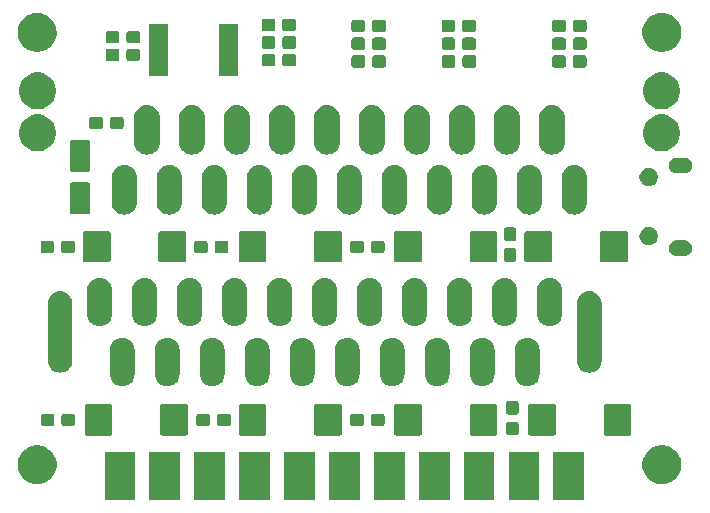
<source format=gbs>
G04 #@! TF.GenerationSoftware,KiCad,Pcbnew,(5.1.0)-1*
G04 #@! TF.CreationDate,2019-07-31T11:01:26-04:00*
G04 #@! TF.ProjectId,Inline SCART Splitter,496e6c69-6e65-4205-9343-415254205370,rev?*
G04 #@! TF.SameCoordinates,Original*
G04 #@! TF.FileFunction,Soldermask,Bot*
G04 #@! TF.FilePolarity,Negative*
%FSLAX46Y46*%
G04 Gerber Fmt 4.6, Leading zero omitted, Abs format (unit mm)*
G04 Created by KiCad (PCBNEW (5.1.0)-1) date 2019-07-31 11:01:26*
%MOMM*%
%LPD*%
G04 APERTURE LIST*
%ADD10C,0.100000*%
G04 APERTURE END LIST*
D10*
G36*
X152376000Y-66151000D02*
G01*
X149774000Y-66151000D01*
X149774000Y-62049000D01*
X152376000Y-62049000D01*
X152376000Y-66151000D01*
X152376000Y-66151000D01*
G37*
G36*
X148576000Y-66151000D02*
G01*
X145974000Y-66151000D01*
X145974000Y-62049000D01*
X148576000Y-62049000D01*
X148576000Y-66151000D01*
X148576000Y-66151000D01*
G37*
G36*
X114376000Y-66151000D02*
G01*
X111774000Y-66151000D01*
X111774000Y-62049000D01*
X114376000Y-62049000D01*
X114376000Y-66151000D01*
X114376000Y-66151000D01*
G37*
G36*
X118176000Y-66151000D02*
G01*
X115574000Y-66151000D01*
X115574000Y-62049000D01*
X118176000Y-62049000D01*
X118176000Y-66151000D01*
X118176000Y-66151000D01*
G37*
G36*
X121976000Y-66151000D02*
G01*
X119374000Y-66151000D01*
X119374000Y-62049000D01*
X121976000Y-62049000D01*
X121976000Y-66151000D01*
X121976000Y-66151000D01*
G37*
G36*
X125776000Y-66151000D02*
G01*
X123174000Y-66151000D01*
X123174000Y-62049000D01*
X125776000Y-62049000D01*
X125776000Y-66151000D01*
X125776000Y-66151000D01*
G37*
G36*
X129576000Y-66151000D02*
G01*
X126974000Y-66151000D01*
X126974000Y-62049000D01*
X129576000Y-62049000D01*
X129576000Y-66151000D01*
X129576000Y-66151000D01*
G37*
G36*
X133376000Y-66151000D02*
G01*
X130774000Y-66151000D01*
X130774000Y-62049000D01*
X133376000Y-62049000D01*
X133376000Y-66151000D01*
X133376000Y-66151000D01*
G37*
G36*
X137176000Y-66151000D02*
G01*
X134574000Y-66151000D01*
X134574000Y-62049000D01*
X137176000Y-62049000D01*
X137176000Y-66151000D01*
X137176000Y-66151000D01*
G37*
G36*
X140976000Y-66151000D02*
G01*
X138374000Y-66151000D01*
X138374000Y-62049000D01*
X140976000Y-62049000D01*
X140976000Y-66151000D01*
X140976000Y-66151000D01*
G37*
G36*
X144776000Y-66151000D02*
G01*
X142174000Y-66151000D01*
X142174000Y-62049000D01*
X144776000Y-62049000D01*
X144776000Y-66151000D01*
X144776000Y-66151000D01*
G37*
G36*
X159325256Y-61541298D02*
G01*
X159431579Y-61562447D01*
X159732042Y-61686903D01*
X160002451Y-61867585D01*
X160232415Y-62097549D01*
X160413097Y-62367958D01*
X160537553Y-62668421D01*
X160601000Y-62987391D01*
X160601000Y-63312609D01*
X160537553Y-63631579D01*
X160413097Y-63932042D01*
X160232415Y-64202451D01*
X160002451Y-64432415D01*
X159732042Y-64613097D01*
X159431579Y-64737553D01*
X159325256Y-64758702D01*
X159112611Y-64801000D01*
X158787389Y-64801000D01*
X158574744Y-64758702D01*
X158468421Y-64737553D01*
X158167958Y-64613097D01*
X157897549Y-64432415D01*
X157667585Y-64202451D01*
X157486903Y-63932042D01*
X157362447Y-63631579D01*
X157299000Y-63312609D01*
X157299000Y-62987391D01*
X157362447Y-62668421D01*
X157486903Y-62367958D01*
X157667585Y-62097549D01*
X157897549Y-61867585D01*
X158167958Y-61686903D01*
X158468421Y-61562447D01*
X158574744Y-61541298D01*
X158787389Y-61499000D01*
X159112611Y-61499000D01*
X159325256Y-61541298D01*
X159325256Y-61541298D01*
G37*
G36*
X106425256Y-61541298D02*
G01*
X106531579Y-61562447D01*
X106832042Y-61686903D01*
X107102451Y-61867585D01*
X107332415Y-62097549D01*
X107513097Y-62367958D01*
X107637553Y-62668421D01*
X107701000Y-62987391D01*
X107701000Y-63312609D01*
X107637553Y-63631579D01*
X107513097Y-63932042D01*
X107332415Y-64202451D01*
X107102451Y-64432415D01*
X106832042Y-64613097D01*
X106531579Y-64737553D01*
X106425256Y-64758702D01*
X106212611Y-64801000D01*
X105887389Y-64801000D01*
X105674744Y-64758702D01*
X105568421Y-64737553D01*
X105267958Y-64613097D01*
X104997549Y-64432415D01*
X104767585Y-64202451D01*
X104586903Y-63932042D01*
X104462447Y-63631579D01*
X104399000Y-63312609D01*
X104399000Y-62987391D01*
X104462447Y-62668421D01*
X104586903Y-62367958D01*
X104767585Y-62097549D01*
X104997549Y-61867585D01*
X105267958Y-61686903D01*
X105568421Y-61562447D01*
X105674744Y-61541298D01*
X105887389Y-61499000D01*
X106212611Y-61499000D01*
X106425256Y-61541298D01*
X106425256Y-61541298D01*
G37*
G36*
X138493786Y-58027746D02*
G01*
X138524461Y-58037051D01*
X138552729Y-58052161D01*
X138577506Y-58072494D01*
X138597839Y-58097271D01*
X138612949Y-58125539D01*
X138622254Y-58156214D01*
X138626000Y-58194251D01*
X138626000Y-60505749D01*
X138622254Y-60543786D01*
X138612949Y-60574461D01*
X138597839Y-60602729D01*
X138577506Y-60627506D01*
X138552729Y-60647839D01*
X138524461Y-60662949D01*
X138493786Y-60672254D01*
X138455749Y-60676000D01*
X136444251Y-60676000D01*
X136406214Y-60672254D01*
X136375539Y-60662949D01*
X136347271Y-60647839D01*
X136322494Y-60627506D01*
X136302161Y-60602729D01*
X136287051Y-60574461D01*
X136277746Y-60543786D01*
X136274000Y-60505749D01*
X136274000Y-58194251D01*
X136277746Y-58156214D01*
X136287051Y-58125539D01*
X136302161Y-58097271D01*
X136322494Y-58072494D01*
X136347271Y-58052161D01*
X136375539Y-58037051D01*
X136406214Y-58027746D01*
X136444251Y-58024000D01*
X138455749Y-58024000D01*
X138493786Y-58027746D01*
X138493786Y-58027746D01*
G37*
G36*
X112293786Y-58027746D02*
G01*
X112324461Y-58037051D01*
X112352729Y-58052161D01*
X112377506Y-58072494D01*
X112397839Y-58097271D01*
X112412949Y-58125539D01*
X112422254Y-58156214D01*
X112426000Y-58194251D01*
X112426000Y-60505749D01*
X112422254Y-60543786D01*
X112412949Y-60574461D01*
X112397839Y-60602729D01*
X112377506Y-60627506D01*
X112352729Y-60647839D01*
X112324461Y-60662949D01*
X112293786Y-60672254D01*
X112255749Y-60676000D01*
X110244251Y-60676000D01*
X110206214Y-60672254D01*
X110175539Y-60662949D01*
X110147271Y-60647839D01*
X110122494Y-60627506D01*
X110102161Y-60602729D01*
X110087051Y-60574461D01*
X110077746Y-60543786D01*
X110074000Y-60505749D01*
X110074000Y-58194251D01*
X110077746Y-58156214D01*
X110087051Y-58125539D01*
X110102161Y-58097271D01*
X110122494Y-58072494D01*
X110147271Y-58052161D01*
X110175539Y-58037051D01*
X110206214Y-58027746D01*
X110244251Y-58024000D01*
X112255749Y-58024000D01*
X112293786Y-58027746D01*
X112293786Y-58027746D01*
G37*
G36*
X118693786Y-58027746D02*
G01*
X118724461Y-58037051D01*
X118752729Y-58052161D01*
X118777506Y-58072494D01*
X118797839Y-58097271D01*
X118812949Y-58125539D01*
X118822254Y-58156214D01*
X118826000Y-58194251D01*
X118826000Y-60505749D01*
X118822254Y-60543786D01*
X118812949Y-60574461D01*
X118797839Y-60602729D01*
X118777506Y-60627506D01*
X118752729Y-60647839D01*
X118724461Y-60662949D01*
X118693786Y-60672254D01*
X118655749Y-60676000D01*
X116644251Y-60676000D01*
X116606214Y-60672254D01*
X116575539Y-60662949D01*
X116547271Y-60647839D01*
X116522494Y-60627506D01*
X116502161Y-60602729D01*
X116487051Y-60574461D01*
X116477746Y-60543786D01*
X116474000Y-60505749D01*
X116474000Y-58194251D01*
X116477746Y-58156214D01*
X116487051Y-58125539D01*
X116502161Y-58097271D01*
X116522494Y-58072494D01*
X116547271Y-58052161D01*
X116575539Y-58037051D01*
X116606214Y-58027746D01*
X116644251Y-58024000D01*
X118655749Y-58024000D01*
X118693786Y-58027746D01*
X118693786Y-58027746D01*
G37*
G36*
X144893786Y-58027746D02*
G01*
X144924461Y-58037051D01*
X144952729Y-58052161D01*
X144977506Y-58072494D01*
X144997839Y-58097271D01*
X145012949Y-58125539D01*
X145022254Y-58156214D01*
X145026000Y-58194251D01*
X145026000Y-60505749D01*
X145022254Y-60543786D01*
X145012949Y-60574461D01*
X144997839Y-60602729D01*
X144977506Y-60627506D01*
X144952729Y-60647839D01*
X144924461Y-60662949D01*
X144893786Y-60672254D01*
X144855749Y-60676000D01*
X142844251Y-60676000D01*
X142806214Y-60672254D01*
X142775539Y-60662949D01*
X142747271Y-60647839D01*
X142722494Y-60627506D01*
X142702161Y-60602729D01*
X142687051Y-60574461D01*
X142677746Y-60543786D01*
X142674000Y-60505749D01*
X142674000Y-58194251D01*
X142677746Y-58156214D01*
X142687051Y-58125539D01*
X142702161Y-58097271D01*
X142722494Y-58072494D01*
X142747271Y-58052161D01*
X142775539Y-58037051D01*
X142806214Y-58027746D01*
X142844251Y-58024000D01*
X144855749Y-58024000D01*
X144893786Y-58027746D01*
X144893786Y-58027746D01*
G37*
G36*
X149843786Y-58027746D02*
G01*
X149874461Y-58037051D01*
X149902729Y-58052161D01*
X149927506Y-58072494D01*
X149947839Y-58097271D01*
X149962949Y-58125539D01*
X149972254Y-58156214D01*
X149976000Y-58194251D01*
X149976000Y-60505749D01*
X149972254Y-60543786D01*
X149962949Y-60574461D01*
X149947839Y-60602729D01*
X149927506Y-60627506D01*
X149902729Y-60647839D01*
X149874461Y-60662949D01*
X149843786Y-60672254D01*
X149805749Y-60676000D01*
X147794251Y-60676000D01*
X147756214Y-60672254D01*
X147725539Y-60662949D01*
X147697271Y-60647839D01*
X147672494Y-60627506D01*
X147652161Y-60602729D01*
X147637051Y-60574461D01*
X147627746Y-60543786D01*
X147624000Y-60505749D01*
X147624000Y-58194251D01*
X147627746Y-58156214D01*
X147637051Y-58125539D01*
X147652161Y-58097271D01*
X147672494Y-58072494D01*
X147697271Y-58052161D01*
X147725539Y-58037051D01*
X147756214Y-58027746D01*
X147794251Y-58024000D01*
X149805749Y-58024000D01*
X149843786Y-58027746D01*
X149843786Y-58027746D01*
G37*
G36*
X131743786Y-58027746D02*
G01*
X131774461Y-58037051D01*
X131802729Y-58052161D01*
X131827506Y-58072494D01*
X131847839Y-58097271D01*
X131862949Y-58125539D01*
X131872254Y-58156214D01*
X131876000Y-58194251D01*
X131876000Y-60505749D01*
X131872254Y-60543786D01*
X131862949Y-60574461D01*
X131847839Y-60602729D01*
X131827506Y-60627506D01*
X131802729Y-60647839D01*
X131774461Y-60662949D01*
X131743786Y-60672254D01*
X131705749Y-60676000D01*
X129694251Y-60676000D01*
X129656214Y-60672254D01*
X129625539Y-60662949D01*
X129597271Y-60647839D01*
X129572494Y-60627506D01*
X129552161Y-60602729D01*
X129537051Y-60574461D01*
X129527746Y-60543786D01*
X129524000Y-60505749D01*
X129524000Y-58194251D01*
X129527746Y-58156214D01*
X129537051Y-58125539D01*
X129552161Y-58097271D01*
X129572494Y-58072494D01*
X129597271Y-58052161D01*
X129625539Y-58037051D01*
X129656214Y-58027746D01*
X129694251Y-58024000D01*
X131705749Y-58024000D01*
X131743786Y-58027746D01*
X131743786Y-58027746D01*
G37*
G36*
X125343786Y-58027746D02*
G01*
X125374461Y-58037051D01*
X125402729Y-58052161D01*
X125427506Y-58072494D01*
X125447839Y-58097271D01*
X125462949Y-58125539D01*
X125472254Y-58156214D01*
X125476000Y-58194251D01*
X125476000Y-60505749D01*
X125472254Y-60543786D01*
X125462949Y-60574461D01*
X125447839Y-60602729D01*
X125427506Y-60627506D01*
X125402729Y-60647839D01*
X125374461Y-60662949D01*
X125343786Y-60672254D01*
X125305749Y-60676000D01*
X123294251Y-60676000D01*
X123256214Y-60672254D01*
X123225539Y-60662949D01*
X123197271Y-60647839D01*
X123172494Y-60627506D01*
X123152161Y-60602729D01*
X123137051Y-60574461D01*
X123127746Y-60543786D01*
X123124000Y-60505749D01*
X123124000Y-58194251D01*
X123127746Y-58156214D01*
X123137051Y-58125539D01*
X123152161Y-58097271D01*
X123172494Y-58072494D01*
X123197271Y-58052161D01*
X123225539Y-58037051D01*
X123256214Y-58027746D01*
X123294251Y-58024000D01*
X125305749Y-58024000D01*
X125343786Y-58027746D01*
X125343786Y-58027746D01*
G37*
G36*
X156243786Y-58027746D02*
G01*
X156274461Y-58037051D01*
X156302729Y-58052161D01*
X156327506Y-58072494D01*
X156347839Y-58097271D01*
X156362949Y-58125539D01*
X156372254Y-58156214D01*
X156376000Y-58194251D01*
X156376000Y-60505749D01*
X156372254Y-60543786D01*
X156362949Y-60574461D01*
X156347839Y-60602729D01*
X156327506Y-60627506D01*
X156302729Y-60647839D01*
X156274461Y-60662949D01*
X156243786Y-60672254D01*
X156205749Y-60676000D01*
X154194251Y-60676000D01*
X154156214Y-60672254D01*
X154125539Y-60662949D01*
X154097271Y-60647839D01*
X154072494Y-60627506D01*
X154052161Y-60602729D01*
X154037051Y-60574461D01*
X154027746Y-60543786D01*
X154024000Y-60505749D01*
X154024000Y-58194251D01*
X154027746Y-58156214D01*
X154037051Y-58125539D01*
X154052161Y-58097271D01*
X154072494Y-58072494D01*
X154097271Y-58052161D01*
X154125539Y-58037051D01*
X154156214Y-58027746D01*
X154194251Y-58024000D01*
X156205749Y-58024000D01*
X156243786Y-58027746D01*
X156243786Y-58027746D01*
G37*
G36*
X146664499Y-59503445D02*
G01*
X146701995Y-59514820D01*
X146736554Y-59533292D01*
X146766847Y-59558153D01*
X146791708Y-59588446D01*
X146810180Y-59623005D01*
X146821555Y-59660501D01*
X146826000Y-59705638D01*
X146826000Y-60444362D01*
X146821555Y-60489499D01*
X146810180Y-60526995D01*
X146791708Y-60561554D01*
X146766847Y-60591847D01*
X146736554Y-60616708D01*
X146701995Y-60635180D01*
X146664499Y-60646555D01*
X146619362Y-60651000D01*
X145980638Y-60651000D01*
X145935501Y-60646555D01*
X145898005Y-60635180D01*
X145863446Y-60616708D01*
X145833153Y-60591847D01*
X145808292Y-60561554D01*
X145789820Y-60526995D01*
X145778445Y-60489499D01*
X145774000Y-60444362D01*
X145774000Y-59705638D01*
X145778445Y-59660501D01*
X145789820Y-59623005D01*
X145808292Y-59588446D01*
X145833153Y-59558153D01*
X145863446Y-59533292D01*
X145898005Y-59514820D01*
X145935501Y-59503445D01*
X145980638Y-59499000D01*
X146619362Y-59499000D01*
X146664499Y-59503445D01*
X146664499Y-59503445D01*
G37*
G36*
X133564499Y-58828445D02*
G01*
X133601995Y-58839820D01*
X133636554Y-58858292D01*
X133666847Y-58883153D01*
X133691708Y-58913446D01*
X133710180Y-58948005D01*
X133721555Y-58985501D01*
X133726000Y-59030638D01*
X133726000Y-59669362D01*
X133721555Y-59714499D01*
X133710180Y-59751995D01*
X133691708Y-59786554D01*
X133666847Y-59816847D01*
X133636554Y-59841708D01*
X133601995Y-59860180D01*
X133564499Y-59871555D01*
X133519362Y-59876000D01*
X132780638Y-59876000D01*
X132735501Y-59871555D01*
X132698005Y-59860180D01*
X132663446Y-59841708D01*
X132633153Y-59816847D01*
X132608292Y-59786554D01*
X132589820Y-59751995D01*
X132578445Y-59714499D01*
X132574000Y-59669362D01*
X132574000Y-59030638D01*
X132578445Y-58985501D01*
X132589820Y-58948005D01*
X132608292Y-58913446D01*
X132633153Y-58883153D01*
X132663446Y-58858292D01*
X132698005Y-58839820D01*
X132735501Y-58828445D01*
X132780638Y-58824000D01*
X133519362Y-58824000D01*
X133564499Y-58828445D01*
X133564499Y-58828445D01*
G37*
G36*
X107364499Y-58828445D02*
G01*
X107401995Y-58839820D01*
X107436554Y-58858292D01*
X107466847Y-58883153D01*
X107491708Y-58913446D01*
X107510180Y-58948005D01*
X107521555Y-58985501D01*
X107526000Y-59030638D01*
X107526000Y-59669362D01*
X107521555Y-59714499D01*
X107510180Y-59751995D01*
X107491708Y-59786554D01*
X107466847Y-59816847D01*
X107436554Y-59841708D01*
X107401995Y-59860180D01*
X107364499Y-59871555D01*
X107319362Y-59876000D01*
X106580638Y-59876000D01*
X106535501Y-59871555D01*
X106498005Y-59860180D01*
X106463446Y-59841708D01*
X106433153Y-59816847D01*
X106408292Y-59786554D01*
X106389820Y-59751995D01*
X106378445Y-59714499D01*
X106374000Y-59669362D01*
X106374000Y-59030638D01*
X106378445Y-58985501D01*
X106389820Y-58948005D01*
X106408292Y-58913446D01*
X106433153Y-58883153D01*
X106463446Y-58858292D01*
X106498005Y-58839820D01*
X106535501Y-58828445D01*
X106580638Y-58824000D01*
X107319362Y-58824000D01*
X107364499Y-58828445D01*
X107364499Y-58828445D01*
G37*
G36*
X109114499Y-58828445D02*
G01*
X109151995Y-58839820D01*
X109186554Y-58858292D01*
X109216847Y-58883153D01*
X109241708Y-58913446D01*
X109260180Y-58948005D01*
X109271555Y-58985501D01*
X109276000Y-59030638D01*
X109276000Y-59669362D01*
X109271555Y-59714499D01*
X109260180Y-59751995D01*
X109241708Y-59786554D01*
X109216847Y-59816847D01*
X109186554Y-59841708D01*
X109151995Y-59860180D01*
X109114499Y-59871555D01*
X109069362Y-59876000D01*
X108330638Y-59876000D01*
X108285501Y-59871555D01*
X108248005Y-59860180D01*
X108213446Y-59841708D01*
X108183153Y-59816847D01*
X108158292Y-59786554D01*
X108139820Y-59751995D01*
X108128445Y-59714499D01*
X108124000Y-59669362D01*
X108124000Y-59030638D01*
X108128445Y-58985501D01*
X108139820Y-58948005D01*
X108158292Y-58913446D01*
X108183153Y-58883153D01*
X108213446Y-58858292D01*
X108248005Y-58839820D01*
X108285501Y-58828445D01*
X108330638Y-58824000D01*
X109069362Y-58824000D01*
X109114499Y-58828445D01*
X109114499Y-58828445D01*
G37*
G36*
X135314499Y-58828445D02*
G01*
X135351995Y-58839820D01*
X135386554Y-58858292D01*
X135416847Y-58883153D01*
X135441708Y-58913446D01*
X135460180Y-58948005D01*
X135471555Y-58985501D01*
X135476000Y-59030638D01*
X135476000Y-59669362D01*
X135471555Y-59714499D01*
X135460180Y-59751995D01*
X135441708Y-59786554D01*
X135416847Y-59816847D01*
X135386554Y-59841708D01*
X135351995Y-59860180D01*
X135314499Y-59871555D01*
X135269362Y-59876000D01*
X134530638Y-59876000D01*
X134485501Y-59871555D01*
X134448005Y-59860180D01*
X134413446Y-59841708D01*
X134383153Y-59816847D01*
X134358292Y-59786554D01*
X134339820Y-59751995D01*
X134328445Y-59714499D01*
X134324000Y-59669362D01*
X134324000Y-59030638D01*
X134328445Y-58985501D01*
X134339820Y-58948005D01*
X134358292Y-58913446D01*
X134383153Y-58883153D01*
X134413446Y-58858292D01*
X134448005Y-58839820D01*
X134485501Y-58828445D01*
X134530638Y-58824000D01*
X135269362Y-58824000D01*
X135314499Y-58828445D01*
X135314499Y-58828445D01*
G37*
G36*
X122289499Y-58828445D02*
G01*
X122326995Y-58839820D01*
X122361554Y-58858292D01*
X122391847Y-58883153D01*
X122416708Y-58913446D01*
X122435180Y-58948005D01*
X122446555Y-58985501D01*
X122451000Y-59030638D01*
X122451000Y-59669362D01*
X122446555Y-59714499D01*
X122435180Y-59751995D01*
X122416708Y-59786554D01*
X122391847Y-59816847D01*
X122361554Y-59841708D01*
X122326995Y-59860180D01*
X122289499Y-59871555D01*
X122244362Y-59876000D01*
X121505638Y-59876000D01*
X121460501Y-59871555D01*
X121423005Y-59860180D01*
X121388446Y-59841708D01*
X121358153Y-59816847D01*
X121333292Y-59786554D01*
X121314820Y-59751995D01*
X121303445Y-59714499D01*
X121299000Y-59669362D01*
X121299000Y-59030638D01*
X121303445Y-58985501D01*
X121314820Y-58948005D01*
X121333292Y-58913446D01*
X121358153Y-58883153D01*
X121388446Y-58858292D01*
X121423005Y-58839820D01*
X121460501Y-58828445D01*
X121505638Y-58824000D01*
X122244362Y-58824000D01*
X122289499Y-58828445D01*
X122289499Y-58828445D01*
G37*
G36*
X120539499Y-58828445D02*
G01*
X120576995Y-58839820D01*
X120611554Y-58858292D01*
X120641847Y-58883153D01*
X120666708Y-58913446D01*
X120685180Y-58948005D01*
X120696555Y-58985501D01*
X120701000Y-59030638D01*
X120701000Y-59669362D01*
X120696555Y-59714499D01*
X120685180Y-59751995D01*
X120666708Y-59786554D01*
X120641847Y-59816847D01*
X120611554Y-59841708D01*
X120576995Y-59860180D01*
X120539499Y-59871555D01*
X120494362Y-59876000D01*
X119755638Y-59876000D01*
X119710501Y-59871555D01*
X119673005Y-59860180D01*
X119638446Y-59841708D01*
X119608153Y-59816847D01*
X119583292Y-59786554D01*
X119564820Y-59751995D01*
X119553445Y-59714499D01*
X119549000Y-59669362D01*
X119549000Y-59030638D01*
X119553445Y-58985501D01*
X119564820Y-58948005D01*
X119583292Y-58913446D01*
X119608153Y-58883153D01*
X119638446Y-58858292D01*
X119673005Y-58839820D01*
X119710501Y-58828445D01*
X119755638Y-58824000D01*
X120494362Y-58824000D01*
X120539499Y-58828445D01*
X120539499Y-58828445D01*
G37*
G36*
X146664499Y-57753445D02*
G01*
X146701995Y-57764820D01*
X146736554Y-57783292D01*
X146766847Y-57808153D01*
X146791708Y-57838446D01*
X146810180Y-57873005D01*
X146821555Y-57910501D01*
X146826000Y-57955638D01*
X146826000Y-58694362D01*
X146821555Y-58739499D01*
X146810180Y-58776995D01*
X146791708Y-58811554D01*
X146766847Y-58841847D01*
X146736554Y-58866708D01*
X146701995Y-58885180D01*
X146664499Y-58896555D01*
X146619362Y-58901000D01*
X145980638Y-58901000D01*
X145935501Y-58896555D01*
X145898005Y-58885180D01*
X145863446Y-58866708D01*
X145833153Y-58841847D01*
X145808292Y-58811554D01*
X145789820Y-58776995D01*
X145778445Y-58739499D01*
X145774000Y-58694362D01*
X145774000Y-57955638D01*
X145778445Y-57910501D01*
X145789820Y-57873005D01*
X145808292Y-57838446D01*
X145833153Y-57808153D01*
X145863446Y-57783292D01*
X145898005Y-57764820D01*
X145935501Y-57753445D01*
X145980638Y-57749000D01*
X146619362Y-57749000D01*
X146664499Y-57753445D01*
X146664499Y-57753445D01*
G37*
G36*
X143951032Y-52404207D02*
G01*
X144149146Y-52464305D01*
X144149149Y-52464306D01*
X144245975Y-52516061D01*
X144331729Y-52561897D01*
X144491765Y-52693235D01*
X144623103Y-52853271D01*
X144668939Y-52939025D01*
X144720694Y-53035851D01*
X144720695Y-53035854D01*
X144780793Y-53233968D01*
X144796000Y-53388370D01*
X144796000Y-55491630D01*
X144780793Y-55646032D01*
X144720695Y-55844145D01*
X144720694Y-55844149D01*
X144668939Y-55940975D01*
X144623103Y-56026729D01*
X144491765Y-56186765D01*
X144331729Y-56318103D01*
X144215030Y-56380479D01*
X144149148Y-56415694D01*
X144149145Y-56415695D01*
X143951031Y-56475793D01*
X143745000Y-56496085D01*
X143538968Y-56475793D01*
X143340854Y-56415695D01*
X143340851Y-56415694D01*
X143244025Y-56363939D01*
X143158271Y-56318103D01*
X142998235Y-56186765D01*
X142866897Y-56026729D01*
X142769307Y-55844149D01*
X142769306Y-55844148D01*
X142769305Y-55844145D01*
X142709207Y-55646031D01*
X142694000Y-55491629D01*
X142694001Y-53388370D01*
X142709208Y-53233968D01*
X142769306Y-53035854D01*
X142769307Y-53035851D01*
X142821062Y-52939025D01*
X142866898Y-52853271D01*
X142998236Y-52693235D01*
X143158272Y-52561897D01*
X143244026Y-52516061D01*
X143340852Y-52464306D01*
X143340855Y-52464305D01*
X143538969Y-52404207D01*
X143745000Y-52383915D01*
X143951032Y-52404207D01*
X143951032Y-52404207D01*
G37*
G36*
X132521032Y-52404207D02*
G01*
X132719146Y-52464305D01*
X132719149Y-52464306D01*
X132815975Y-52516061D01*
X132901729Y-52561897D01*
X133061765Y-52693235D01*
X133193103Y-52853271D01*
X133238939Y-52939025D01*
X133290694Y-53035851D01*
X133290695Y-53035854D01*
X133350793Y-53233968D01*
X133366000Y-53388370D01*
X133366000Y-55491630D01*
X133350793Y-55646032D01*
X133290695Y-55844145D01*
X133290694Y-55844149D01*
X133238939Y-55940975D01*
X133193103Y-56026729D01*
X133061765Y-56186765D01*
X132901729Y-56318103D01*
X132785030Y-56380479D01*
X132719148Y-56415694D01*
X132719145Y-56415695D01*
X132521031Y-56475793D01*
X132315000Y-56496085D01*
X132108968Y-56475793D01*
X131910854Y-56415695D01*
X131910851Y-56415694D01*
X131814025Y-56363939D01*
X131728271Y-56318103D01*
X131568235Y-56186765D01*
X131436897Y-56026729D01*
X131339307Y-55844149D01*
X131339306Y-55844148D01*
X131339305Y-55844145D01*
X131279207Y-55646031D01*
X131264000Y-55491629D01*
X131264001Y-53388370D01*
X131279208Y-53233968D01*
X131339306Y-53035854D01*
X131339307Y-53035851D01*
X131391062Y-52939025D01*
X131436898Y-52853271D01*
X131568236Y-52693235D01*
X131728272Y-52561897D01*
X131814026Y-52516061D01*
X131910852Y-52464306D01*
X131910855Y-52464305D01*
X132108969Y-52404207D01*
X132315000Y-52383915D01*
X132521032Y-52404207D01*
X132521032Y-52404207D01*
G37*
G36*
X128711032Y-52404207D02*
G01*
X128909146Y-52464305D01*
X128909149Y-52464306D01*
X129005975Y-52516061D01*
X129091729Y-52561897D01*
X129251765Y-52693235D01*
X129383103Y-52853271D01*
X129428939Y-52939025D01*
X129480694Y-53035851D01*
X129480695Y-53035854D01*
X129540793Y-53233968D01*
X129556000Y-53388370D01*
X129556000Y-55491630D01*
X129540793Y-55646032D01*
X129480695Y-55844145D01*
X129480694Y-55844149D01*
X129428939Y-55940975D01*
X129383103Y-56026729D01*
X129251765Y-56186765D01*
X129091729Y-56318103D01*
X128975030Y-56380479D01*
X128909148Y-56415694D01*
X128909145Y-56415695D01*
X128711031Y-56475793D01*
X128505000Y-56496085D01*
X128298968Y-56475793D01*
X128100854Y-56415695D01*
X128100851Y-56415694D01*
X128004025Y-56363939D01*
X127918271Y-56318103D01*
X127758235Y-56186765D01*
X127626897Y-56026729D01*
X127529307Y-55844149D01*
X127529306Y-55844148D01*
X127529305Y-55844145D01*
X127469207Y-55646031D01*
X127454000Y-55491629D01*
X127454001Y-53388370D01*
X127469208Y-53233968D01*
X127529306Y-53035854D01*
X127529307Y-53035851D01*
X127581062Y-52939025D01*
X127626898Y-52853271D01*
X127758236Y-52693235D01*
X127918272Y-52561897D01*
X128004026Y-52516061D01*
X128100852Y-52464306D01*
X128100855Y-52464305D01*
X128298969Y-52404207D01*
X128505000Y-52383915D01*
X128711032Y-52404207D01*
X128711032Y-52404207D01*
G37*
G36*
X124901032Y-52404207D02*
G01*
X125099146Y-52464305D01*
X125099149Y-52464306D01*
X125195975Y-52516061D01*
X125281729Y-52561897D01*
X125441765Y-52693235D01*
X125573103Y-52853271D01*
X125618939Y-52939025D01*
X125670694Y-53035851D01*
X125670695Y-53035854D01*
X125730793Y-53233968D01*
X125746000Y-53388370D01*
X125746000Y-55491630D01*
X125730793Y-55646032D01*
X125670695Y-55844145D01*
X125670694Y-55844149D01*
X125618939Y-55940975D01*
X125573103Y-56026729D01*
X125441765Y-56186765D01*
X125281729Y-56318103D01*
X125165030Y-56380479D01*
X125099148Y-56415694D01*
X125099145Y-56415695D01*
X124901031Y-56475793D01*
X124695000Y-56496085D01*
X124488968Y-56475793D01*
X124290854Y-56415695D01*
X124290851Y-56415694D01*
X124194025Y-56363939D01*
X124108271Y-56318103D01*
X123948235Y-56186765D01*
X123816897Y-56026729D01*
X123719307Y-55844149D01*
X123719306Y-55844148D01*
X123719305Y-55844145D01*
X123659207Y-55646031D01*
X123644000Y-55491629D01*
X123644001Y-53388370D01*
X123659208Y-53233968D01*
X123719306Y-53035854D01*
X123719307Y-53035851D01*
X123771062Y-52939025D01*
X123816898Y-52853271D01*
X123948236Y-52693235D01*
X124108272Y-52561897D01*
X124194026Y-52516061D01*
X124290852Y-52464306D01*
X124290855Y-52464305D01*
X124488969Y-52404207D01*
X124695000Y-52383915D01*
X124901032Y-52404207D01*
X124901032Y-52404207D01*
G37*
G36*
X121091032Y-52404207D02*
G01*
X121289146Y-52464305D01*
X121289149Y-52464306D01*
X121385975Y-52516061D01*
X121471729Y-52561897D01*
X121631765Y-52693235D01*
X121763103Y-52853271D01*
X121808939Y-52939025D01*
X121860694Y-53035851D01*
X121860695Y-53035854D01*
X121920793Y-53233968D01*
X121936000Y-53388370D01*
X121936000Y-55491630D01*
X121920793Y-55646032D01*
X121860695Y-55844145D01*
X121860694Y-55844149D01*
X121808939Y-55940975D01*
X121763103Y-56026729D01*
X121631765Y-56186765D01*
X121471729Y-56318103D01*
X121355030Y-56380479D01*
X121289148Y-56415694D01*
X121289145Y-56415695D01*
X121091031Y-56475793D01*
X120885000Y-56496085D01*
X120678968Y-56475793D01*
X120480854Y-56415695D01*
X120480851Y-56415694D01*
X120384025Y-56363939D01*
X120298271Y-56318103D01*
X120138235Y-56186765D01*
X120006897Y-56026729D01*
X119909307Y-55844149D01*
X119909306Y-55844148D01*
X119909305Y-55844145D01*
X119849207Y-55646031D01*
X119834000Y-55491629D01*
X119834001Y-53388370D01*
X119849208Y-53233968D01*
X119909306Y-53035854D01*
X119909307Y-53035851D01*
X119961062Y-52939025D01*
X120006898Y-52853271D01*
X120138236Y-52693235D01*
X120298272Y-52561897D01*
X120384026Y-52516061D01*
X120480852Y-52464306D01*
X120480855Y-52464305D01*
X120678969Y-52404207D01*
X120885000Y-52383915D01*
X121091032Y-52404207D01*
X121091032Y-52404207D01*
G37*
G36*
X147761032Y-52404207D02*
G01*
X147959146Y-52464305D01*
X147959149Y-52464306D01*
X148055975Y-52516061D01*
X148141729Y-52561897D01*
X148301765Y-52693235D01*
X148433103Y-52853271D01*
X148478939Y-52939025D01*
X148530694Y-53035851D01*
X148530695Y-53035854D01*
X148590793Y-53233968D01*
X148606000Y-53388370D01*
X148606000Y-55491630D01*
X148590793Y-55646032D01*
X148530695Y-55844145D01*
X148530694Y-55844149D01*
X148478939Y-55940975D01*
X148433103Y-56026729D01*
X148301765Y-56186765D01*
X148141729Y-56318103D01*
X148025030Y-56380479D01*
X147959148Y-56415694D01*
X147959145Y-56415695D01*
X147761031Y-56475793D01*
X147555000Y-56496085D01*
X147348968Y-56475793D01*
X147150854Y-56415695D01*
X147150851Y-56415694D01*
X147054025Y-56363939D01*
X146968271Y-56318103D01*
X146808235Y-56186765D01*
X146676897Y-56026729D01*
X146579307Y-55844149D01*
X146579306Y-55844148D01*
X146579305Y-55844145D01*
X146519207Y-55646031D01*
X146504000Y-55491629D01*
X146504001Y-53388370D01*
X146519208Y-53233968D01*
X146579306Y-53035854D01*
X146579307Y-53035851D01*
X146631062Y-52939025D01*
X146676898Y-52853271D01*
X146808236Y-52693235D01*
X146968272Y-52561897D01*
X147054026Y-52516061D01*
X147150852Y-52464306D01*
X147150855Y-52464305D01*
X147348969Y-52404207D01*
X147555000Y-52383915D01*
X147761032Y-52404207D01*
X147761032Y-52404207D01*
G37*
G36*
X113471032Y-52404207D02*
G01*
X113669146Y-52464305D01*
X113669149Y-52464306D01*
X113765975Y-52516061D01*
X113851729Y-52561897D01*
X114011765Y-52693235D01*
X114143103Y-52853271D01*
X114188939Y-52939025D01*
X114240694Y-53035851D01*
X114240695Y-53035854D01*
X114300793Y-53233968D01*
X114316000Y-53388370D01*
X114316000Y-55491630D01*
X114300793Y-55646032D01*
X114240695Y-55844145D01*
X114240694Y-55844149D01*
X114188939Y-55940975D01*
X114143103Y-56026729D01*
X114011765Y-56186765D01*
X113851729Y-56318103D01*
X113735030Y-56380479D01*
X113669148Y-56415694D01*
X113669145Y-56415695D01*
X113471031Y-56475793D01*
X113265000Y-56496085D01*
X113058968Y-56475793D01*
X112860854Y-56415695D01*
X112860851Y-56415694D01*
X112764025Y-56363939D01*
X112678271Y-56318103D01*
X112518235Y-56186765D01*
X112386897Y-56026729D01*
X112289307Y-55844149D01*
X112289306Y-55844148D01*
X112289305Y-55844145D01*
X112229207Y-55646031D01*
X112214000Y-55491629D01*
X112214001Y-53388370D01*
X112229208Y-53233968D01*
X112289306Y-53035854D01*
X112289307Y-53035851D01*
X112341062Y-52939025D01*
X112386898Y-52853271D01*
X112518236Y-52693235D01*
X112678272Y-52561897D01*
X112764026Y-52516061D01*
X112860852Y-52464306D01*
X112860855Y-52464305D01*
X113058969Y-52404207D01*
X113265000Y-52383915D01*
X113471032Y-52404207D01*
X113471032Y-52404207D01*
G37*
G36*
X140141032Y-52404207D02*
G01*
X140339146Y-52464305D01*
X140339149Y-52464306D01*
X140435975Y-52516061D01*
X140521729Y-52561897D01*
X140681765Y-52693235D01*
X140813103Y-52853271D01*
X140858939Y-52939025D01*
X140910694Y-53035851D01*
X140910695Y-53035854D01*
X140970793Y-53233968D01*
X140986000Y-53388370D01*
X140986000Y-55491630D01*
X140970793Y-55646032D01*
X140910695Y-55844145D01*
X140910694Y-55844149D01*
X140858939Y-55940975D01*
X140813103Y-56026729D01*
X140681765Y-56186765D01*
X140521729Y-56318103D01*
X140405030Y-56380479D01*
X140339148Y-56415694D01*
X140339145Y-56415695D01*
X140141031Y-56475793D01*
X139935000Y-56496085D01*
X139728968Y-56475793D01*
X139530854Y-56415695D01*
X139530851Y-56415694D01*
X139434025Y-56363939D01*
X139348271Y-56318103D01*
X139188235Y-56186765D01*
X139056897Y-56026729D01*
X138959307Y-55844149D01*
X138959306Y-55844148D01*
X138959305Y-55844145D01*
X138899207Y-55646031D01*
X138884000Y-55491629D01*
X138884001Y-53388370D01*
X138899208Y-53233968D01*
X138959306Y-53035854D01*
X138959307Y-53035851D01*
X139011062Y-52939025D01*
X139056898Y-52853271D01*
X139188236Y-52693235D01*
X139348272Y-52561897D01*
X139434026Y-52516061D01*
X139530852Y-52464306D01*
X139530855Y-52464305D01*
X139728969Y-52404207D01*
X139935000Y-52383915D01*
X140141032Y-52404207D01*
X140141032Y-52404207D01*
G37*
G36*
X136331032Y-52404207D02*
G01*
X136529146Y-52464305D01*
X136529149Y-52464306D01*
X136625975Y-52516061D01*
X136711729Y-52561897D01*
X136871765Y-52693235D01*
X137003103Y-52853271D01*
X137048939Y-52939025D01*
X137100694Y-53035851D01*
X137100695Y-53035854D01*
X137160793Y-53233968D01*
X137176000Y-53388370D01*
X137176000Y-55491630D01*
X137160793Y-55646032D01*
X137100695Y-55844145D01*
X137100694Y-55844149D01*
X137048939Y-55940975D01*
X137003103Y-56026729D01*
X136871765Y-56186765D01*
X136711729Y-56318103D01*
X136595030Y-56380479D01*
X136529148Y-56415694D01*
X136529145Y-56415695D01*
X136331031Y-56475793D01*
X136125000Y-56496085D01*
X135918968Y-56475793D01*
X135720854Y-56415695D01*
X135720851Y-56415694D01*
X135624025Y-56363939D01*
X135538271Y-56318103D01*
X135378235Y-56186765D01*
X135246897Y-56026729D01*
X135149307Y-55844149D01*
X135149306Y-55844148D01*
X135149305Y-55844145D01*
X135089207Y-55646031D01*
X135074000Y-55491629D01*
X135074001Y-53388370D01*
X135089208Y-53233968D01*
X135149306Y-53035854D01*
X135149307Y-53035851D01*
X135201062Y-52939025D01*
X135246898Y-52853271D01*
X135378236Y-52693235D01*
X135538272Y-52561897D01*
X135624026Y-52516061D01*
X135720852Y-52464306D01*
X135720855Y-52464305D01*
X135918969Y-52404207D01*
X136125000Y-52383915D01*
X136331032Y-52404207D01*
X136331032Y-52404207D01*
G37*
G36*
X117281032Y-52404207D02*
G01*
X117479146Y-52464305D01*
X117479149Y-52464306D01*
X117575975Y-52516061D01*
X117661729Y-52561897D01*
X117821765Y-52693235D01*
X117953103Y-52853271D01*
X117998939Y-52939025D01*
X118050694Y-53035851D01*
X118050695Y-53035854D01*
X118110793Y-53233968D01*
X118126000Y-53388370D01*
X118126000Y-55491630D01*
X118110793Y-55646032D01*
X118050695Y-55844145D01*
X118050694Y-55844149D01*
X117998939Y-55940975D01*
X117953103Y-56026729D01*
X117821765Y-56186765D01*
X117661729Y-56318103D01*
X117545030Y-56380479D01*
X117479148Y-56415694D01*
X117479145Y-56415695D01*
X117281031Y-56475793D01*
X117075000Y-56496085D01*
X116868968Y-56475793D01*
X116670854Y-56415695D01*
X116670851Y-56415694D01*
X116574025Y-56363939D01*
X116488271Y-56318103D01*
X116328235Y-56186765D01*
X116196897Y-56026729D01*
X116099307Y-55844149D01*
X116099306Y-55844148D01*
X116099305Y-55844145D01*
X116039207Y-55646031D01*
X116024000Y-55491629D01*
X116024001Y-53388370D01*
X116039208Y-53233968D01*
X116099306Y-53035854D01*
X116099307Y-53035851D01*
X116151062Y-52939025D01*
X116196898Y-52853271D01*
X116328236Y-52693235D01*
X116488272Y-52561897D01*
X116574026Y-52516061D01*
X116670852Y-52464306D01*
X116670855Y-52464305D01*
X116868969Y-52404207D01*
X117075000Y-52383915D01*
X117281032Y-52404207D01*
X117281032Y-52404207D01*
G37*
G36*
X108206032Y-48464207D02*
G01*
X108404146Y-48524305D01*
X108404149Y-48524306D01*
X108500975Y-48576061D01*
X108586729Y-48621897D01*
X108746765Y-48753235D01*
X108878103Y-48913271D01*
X108923939Y-48999025D01*
X108975694Y-49095851D01*
X108975695Y-49095854D01*
X109035793Y-49293968D01*
X109051000Y-49448370D01*
X109051000Y-54351630D01*
X109035793Y-54506032D01*
X108975695Y-54704145D01*
X108975694Y-54704149D01*
X108923939Y-54800975D01*
X108878103Y-54886729D01*
X108746765Y-55046765D01*
X108586729Y-55178103D01*
X108470030Y-55240479D01*
X108404148Y-55275694D01*
X108404145Y-55275695D01*
X108206031Y-55335793D01*
X108000000Y-55356085D01*
X107793968Y-55335793D01*
X107595854Y-55275695D01*
X107595851Y-55275694D01*
X107499025Y-55223939D01*
X107413271Y-55178103D01*
X107253235Y-55046765D01*
X107121897Y-54886729D01*
X107024307Y-54704149D01*
X107024306Y-54704148D01*
X107024305Y-54704145D01*
X106964207Y-54506031D01*
X106949000Y-54351629D01*
X106949001Y-49448370D01*
X106964208Y-49293968D01*
X107024306Y-49095854D01*
X107024307Y-49095851D01*
X107076062Y-48999025D01*
X107121898Y-48913271D01*
X107253236Y-48753235D01*
X107413272Y-48621897D01*
X107499026Y-48576061D01*
X107595852Y-48524306D01*
X107595855Y-48524305D01*
X107793969Y-48464207D01*
X108000000Y-48443915D01*
X108206032Y-48464207D01*
X108206032Y-48464207D01*
G37*
G36*
X153006032Y-48464207D02*
G01*
X153204146Y-48524305D01*
X153204149Y-48524306D01*
X153300975Y-48576061D01*
X153386729Y-48621897D01*
X153546765Y-48753235D01*
X153678103Y-48913271D01*
X153723939Y-48999025D01*
X153775694Y-49095851D01*
X153775695Y-49095854D01*
X153835793Y-49293968D01*
X153851000Y-49448370D01*
X153851000Y-54351630D01*
X153835793Y-54506032D01*
X153775695Y-54704145D01*
X153775694Y-54704149D01*
X153723939Y-54800975D01*
X153678103Y-54886729D01*
X153546765Y-55046765D01*
X153386729Y-55178103D01*
X153270030Y-55240479D01*
X153204148Y-55275694D01*
X153204145Y-55275695D01*
X153006031Y-55335793D01*
X152800000Y-55356085D01*
X152593968Y-55335793D01*
X152395854Y-55275695D01*
X152395851Y-55275694D01*
X152299025Y-55223939D01*
X152213271Y-55178103D01*
X152053235Y-55046765D01*
X151921897Y-54886729D01*
X151824307Y-54704149D01*
X151824306Y-54704148D01*
X151824305Y-54704145D01*
X151764207Y-54506031D01*
X151749000Y-54351629D01*
X151749001Y-49448370D01*
X151764208Y-49293968D01*
X151824306Y-49095854D01*
X151824307Y-49095851D01*
X151876062Y-48999025D01*
X151921898Y-48913271D01*
X152053236Y-48753235D01*
X152213272Y-48621897D01*
X152299026Y-48576061D01*
X152395852Y-48524306D01*
X152395855Y-48524305D01*
X152593969Y-48464207D01*
X152800000Y-48443915D01*
X153006032Y-48464207D01*
X153006032Y-48464207D01*
G37*
G36*
X130606032Y-47324207D02*
G01*
X130804146Y-47384305D01*
X130804149Y-47384306D01*
X130900975Y-47436061D01*
X130986729Y-47481897D01*
X131146765Y-47613235D01*
X131278103Y-47773271D01*
X131323939Y-47859025D01*
X131375694Y-47955851D01*
X131375695Y-47955854D01*
X131435793Y-48153968D01*
X131451000Y-48308370D01*
X131451000Y-50411630D01*
X131435793Y-50566032D01*
X131375695Y-50764145D01*
X131375694Y-50764149D01*
X131323939Y-50860975D01*
X131278103Y-50946729D01*
X131146765Y-51106765D01*
X130986729Y-51238103D01*
X130870030Y-51300479D01*
X130804148Y-51335694D01*
X130804145Y-51335695D01*
X130606031Y-51395793D01*
X130400000Y-51416085D01*
X130193968Y-51395793D01*
X129995854Y-51335695D01*
X129995851Y-51335694D01*
X129899025Y-51283939D01*
X129813271Y-51238103D01*
X129653235Y-51106765D01*
X129521897Y-50946729D01*
X129424307Y-50764149D01*
X129424306Y-50764148D01*
X129424305Y-50764145D01*
X129364207Y-50566031D01*
X129349000Y-50411629D01*
X129349001Y-48308370D01*
X129364208Y-48153968D01*
X129424306Y-47955854D01*
X129424307Y-47955851D01*
X129476062Y-47859025D01*
X129521898Y-47773271D01*
X129653236Y-47613235D01*
X129813272Y-47481897D01*
X129899026Y-47436061D01*
X129995852Y-47384306D01*
X129995855Y-47384305D01*
X130193969Y-47324207D01*
X130400000Y-47303915D01*
X130606032Y-47324207D01*
X130606032Y-47324207D01*
G37*
G36*
X119176032Y-47324207D02*
G01*
X119374146Y-47384305D01*
X119374149Y-47384306D01*
X119470975Y-47436061D01*
X119556729Y-47481897D01*
X119716765Y-47613235D01*
X119848103Y-47773271D01*
X119893939Y-47859025D01*
X119945694Y-47955851D01*
X119945695Y-47955854D01*
X120005793Y-48153968D01*
X120021000Y-48308370D01*
X120021000Y-50411630D01*
X120005793Y-50566032D01*
X119945695Y-50764145D01*
X119945694Y-50764149D01*
X119893939Y-50860975D01*
X119848103Y-50946729D01*
X119716765Y-51106765D01*
X119556729Y-51238103D01*
X119440030Y-51300479D01*
X119374148Y-51335694D01*
X119374145Y-51335695D01*
X119176031Y-51395793D01*
X118970000Y-51416085D01*
X118763968Y-51395793D01*
X118565854Y-51335695D01*
X118565851Y-51335694D01*
X118469025Y-51283939D01*
X118383271Y-51238103D01*
X118223235Y-51106765D01*
X118091897Y-50946729D01*
X117994307Y-50764149D01*
X117994306Y-50764148D01*
X117994305Y-50764145D01*
X117934207Y-50566031D01*
X117919000Y-50411629D01*
X117919001Y-48308370D01*
X117934208Y-48153968D01*
X117994306Y-47955854D01*
X117994307Y-47955851D01*
X118046062Y-47859025D01*
X118091898Y-47773271D01*
X118223236Y-47613235D01*
X118383272Y-47481897D01*
X118469026Y-47436061D01*
X118565852Y-47384306D01*
X118565855Y-47384305D01*
X118763969Y-47324207D01*
X118970000Y-47303915D01*
X119176032Y-47324207D01*
X119176032Y-47324207D01*
G37*
G36*
X126796032Y-47324207D02*
G01*
X126994146Y-47384305D01*
X126994149Y-47384306D01*
X127090975Y-47436061D01*
X127176729Y-47481897D01*
X127336765Y-47613235D01*
X127468103Y-47773271D01*
X127513939Y-47859025D01*
X127565694Y-47955851D01*
X127565695Y-47955854D01*
X127625793Y-48153968D01*
X127641000Y-48308370D01*
X127641000Y-50411630D01*
X127625793Y-50566032D01*
X127565695Y-50764145D01*
X127565694Y-50764149D01*
X127513939Y-50860975D01*
X127468103Y-50946729D01*
X127336765Y-51106765D01*
X127176729Y-51238103D01*
X127060030Y-51300479D01*
X126994148Y-51335694D01*
X126994145Y-51335695D01*
X126796031Y-51395793D01*
X126590000Y-51416085D01*
X126383968Y-51395793D01*
X126185854Y-51335695D01*
X126185851Y-51335694D01*
X126089025Y-51283939D01*
X126003271Y-51238103D01*
X125843235Y-51106765D01*
X125711897Y-50946729D01*
X125614307Y-50764149D01*
X125614306Y-50764148D01*
X125614305Y-50764145D01*
X125554207Y-50566031D01*
X125539000Y-50411629D01*
X125539001Y-48308370D01*
X125554208Y-48153968D01*
X125614306Y-47955854D01*
X125614307Y-47955851D01*
X125666062Y-47859025D01*
X125711898Y-47773271D01*
X125843236Y-47613235D01*
X126003272Y-47481897D01*
X126089026Y-47436061D01*
X126185852Y-47384306D01*
X126185855Y-47384305D01*
X126383969Y-47324207D01*
X126590000Y-47303915D01*
X126796032Y-47324207D01*
X126796032Y-47324207D01*
G37*
G36*
X134416032Y-47324207D02*
G01*
X134614146Y-47384305D01*
X134614149Y-47384306D01*
X134710975Y-47436061D01*
X134796729Y-47481897D01*
X134956765Y-47613235D01*
X135088103Y-47773271D01*
X135133939Y-47859025D01*
X135185694Y-47955851D01*
X135185695Y-47955854D01*
X135245793Y-48153968D01*
X135261000Y-48308370D01*
X135261000Y-50411630D01*
X135245793Y-50566032D01*
X135185695Y-50764145D01*
X135185694Y-50764149D01*
X135133939Y-50860975D01*
X135088103Y-50946729D01*
X134956765Y-51106765D01*
X134796729Y-51238103D01*
X134680030Y-51300479D01*
X134614148Y-51335694D01*
X134614145Y-51335695D01*
X134416031Y-51395793D01*
X134210000Y-51416085D01*
X134003968Y-51395793D01*
X133805854Y-51335695D01*
X133805851Y-51335694D01*
X133709025Y-51283939D01*
X133623271Y-51238103D01*
X133463235Y-51106765D01*
X133331897Y-50946729D01*
X133234307Y-50764149D01*
X133234306Y-50764148D01*
X133234305Y-50764145D01*
X133174207Y-50566031D01*
X133159000Y-50411629D01*
X133159001Y-48308370D01*
X133174208Y-48153968D01*
X133234306Y-47955854D01*
X133234307Y-47955851D01*
X133286062Y-47859025D01*
X133331898Y-47773271D01*
X133463236Y-47613235D01*
X133623272Y-47481897D01*
X133709026Y-47436061D01*
X133805852Y-47384306D01*
X133805855Y-47384305D01*
X134003969Y-47324207D01*
X134210000Y-47303915D01*
X134416032Y-47324207D01*
X134416032Y-47324207D01*
G37*
G36*
X138226032Y-47324207D02*
G01*
X138424146Y-47384305D01*
X138424149Y-47384306D01*
X138520975Y-47436061D01*
X138606729Y-47481897D01*
X138766765Y-47613235D01*
X138898103Y-47773271D01*
X138943939Y-47859025D01*
X138995694Y-47955851D01*
X138995695Y-47955854D01*
X139055793Y-48153968D01*
X139071000Y-48308370D01*
X139071000Y-50411630D01*
X139055793Y-50566032D01*
X138995695Y-50764145D01*
X138995694Y-50764149D01*
X138943939Y-50860975D01*
X138898103Y-50946729D01*
X138766765Y-51106765D01*
X138606729Y-51238103D01*
X138490030Y-51300479D01*
X138424148Y-51335694D01*
X138424145Y-51335695D01*
X138226031Y-51395793D01*
X138020000Y-51416085D01*
X137813968Y-51395793D01*
X137615854Y-51335695D01*
X137615851Y-51335694D01*
X137519025Y-51283939D01*
X137433271Y-51238103D01*
X137273235Y-51106765D01*
X137141897Y-50946729D01*
X137044307Y-50764149D01*
X137044306Y-50764148D01*
X137044305Y-50764145D01*
X136984207Y-50566031D01*
X136969000Y-50411629D01*
X136969001Y-48308370D01*
X136984208Y-48153968D01*
X137044306Y-47955854D01*
X137044307Y-47955851D01*
X137096062Y-47859025D01*
X137141898Y-47773271D01*
X137273236Y-47613235D01*
X137433272Y-47481897D01*
X137519026Y-47436061D01*
X137615852Y-47384306D01*
X137615855Y-47384305D01*
X137813969Y-47324207D01*
X138020000Y-47303915D01*
X138226032Y-47324207D01*
X138226032Y-47324207D01*
G37*
G36*
X145846032Y-47324207D02*
G01*
X146044146Y-47384305D01*
X146044149Y-47384306D01*
X146140975Y-47436061D01*
X146226729Y-47481897D01*
X146386765Y-47613235D01*
X146518103Y-47773271D01*
X146563939Y-47859025D01*
X146615694Y-47955851D01*
X146615695Y-47955854D01*
X146675793Y-48153968D01*
X146691000Y-48308370D01*
X146691000Y-50411630D01*
X146675793Y-50566032D01*
X146615695Y-50764145D01*
X146615694Y-50764149D01*
X146563939Y-50860975D01*
X146518103Y-50946729D01*
X146386765Y-51106765D01*
X146226729Y-51238103D01*
X146110030Y-51300479D01*
X146044148Y-51335694D01*
X146044145Y-51335695D01*
X145846031Y-51395793D01*
X145640000Y-51416085D01*
X145433968Y-51395793D01*
X145235854Y-51335695D01*
X145235851Y-51335694D01*
X145139025Y-51283939D01*
X145053271Y-51238103D01*
X144893235Y-51106765D01*
X144761897Y-50946729D01*
X144664307Y-50764149D01*
X144664306Y-50764148D01*
X144664305Y-50764145D01*
X144604207Y-50566031D01*
X144589000Y-50411629D01*
X144589001Y-48308370D01*
X144604208Y-48153968D01*
X144664306Y-47955854D01*
X144664307Y-47955851D01*
X144716062Y-47859025D01*
X144761898Y-47773271D01*
X144893236Y-47613235D01*
X145053272Y-47481897D01*
X145139026Y-47436061D01*
X145235852Y-47384306D01*
X145235855Y-47384305D01*
X145433969Y-47324207D01*
X145640000Y-47303915D01*
X145846032Y-47324207D01*
X145846032Y-47324207D01*
G37*
G36*
X111556032Y-47324207D02*
G01*
X111754146Y-47384305D01*
X111754149Y-47384306D01*
X111850975Y-47436061D01*
X111936729Y-47481897D01*
X112096765Y-47613235D01*
X112228103Y-47773271D01*
X112273939Y-47859025D01*
X112325694Y-47955851D01*
X112325695Y-47955854D01*
X112385793Y-48153968D01*
X112401000Y-48308370D01*
X112401000Y-50411630D01*
X112385793Y-50566032D01*
X112325695Y-50764145D01*
X112325694Y-50764149D01*
X112273939Y-50860975D01*
X112228103Y-50946729D01*
X112096765Y-51106765D01*
X111936729Y-51238103D01*
X111820030Y-51300479D01*
X111754148Y-51335694D01*
X111754145Y-51335695D01*
X111556031Y-51395793D01*
X111350000Y-51416085D01*
X111143968Y-51395793D01*
X110945854Y-51335695D01*
X110945851Y-51335694D01*
X110849025Y-51283939D01*
X110763271Y-51238103D01*
X110603235Y-51106765D01*
X110471897Y-50946729D01*
X110374307Y-50764149D01*
X110374306Y-50764148D01*
X110374305Y-50764145D01*
X110314207Y-50566031D01*
X110299000Y-50411629D01*
X110299001Y-48308370D01*
X110314208Y-48153968D01*
X110374306Y-47955854D01*
X110374307Y-47955851D01*
X110426062Y-47859025D01*
X110471898Y-47773271D01*
X110603236Y-47613235D01*
X110763272Y-47481897D01*
X110849026Y-47436061D01*
X110945852Y-47384306D01*
X110945855Y-47384305D01*
X111143969Y-47324207D01*
X111350000Y-47303915D01*
X111556032Y-47324207D01*
X111556032Y-47324207D01*
G37*
G36*
X149656032Y-47324207D02*
G01*
X149854146Y-47384305D01*
X149854149Y-47384306D01*
X149950975Y-47436061D01*
X150036729Y-47481897D01*
X150196765Y-47613235D01*
X150328103Y-47773271D01*
X150373939Y-47859025D01*
X150425694Y-47955851D01*
X150425695Y-47955854D01*
X150485793Y-48153968D01*
X150501000Y-48308370D01*
X150501000Y-50411630D01*
X150485793Y-50566032D01*
X150425695Y-50764145D01*
X150425694Y-50764149D01*
X150373939Y-50860975D01*
X150328103Y-50946729D01*
X150196765Y-51106765D01*
X150036729Y-51238103D01*
X149920030Y-51300479D01*
X149854148Y-51335694D01*
X149854145Y-51335695D01*
X149656031Y-51395793D01*
X149450000Y-51416085D01*
X149243968Y-51395793D01*
X149045854Y-51335695D01*
X149045851Y-51335694D01*
X148949025Y-51283939D01*
X148863271Y-51238103D01*
X148703235Y-51106765D01*
X148571897Y-50946729D01*
X148474307Y-50764149D01*
X148474306Y-50764148D01*
X148474305Y-50764145D01*
X148414207Y-50566031D01*
X148399000Y-50411629D01*
X148399001Y-48308370D01*
X148414208Y-48153968D01*
X148474306Y-47955854D01*
X148474307Y-47955851D01*
X148526062Y-47859025D01*
X148571898Y-47773271D01*
X148703236Y-47613235D01*
X148863272Y-47481897D01*
X148949026Y-47436061D01*
X149045852Y-47384306D01*
X149045855Y-47384305D01*
X149243969Y-47324207D01*
X149450000Y-47303915D01*
X149656032Y-47324207D01*
X149656032Y-47324207D01*
G37*
G36*
X115366032Y-47324207D02*
G01*
X115564146Y-47384305D01*
X115564149Y-47384306D01*
X115660975Y-47436061D01*
X115746729Y-47481897D01*
X115906765Y-47613235D01*
X116038103Y-47773271D01*
X116083939Y-47859025D01*
X116135694Y-47955851D01*
X116135695Y-47955854D01*
X116195793Y-48153968D01*
X116211000Y-48308370D01*
X116211000Y-50411630D01*
X116195793Y-50566032D01*
X116135695Y-50764145D01*
X116135694Y-50764149D01*
X116083939Y-50860975D01*
X116038103Y-50946729D01*
X115906765Y-51106765D01*
X115746729Y-51238103D01*
X115630030Y-51300479D01*
X115564148Y-51335694D01*
X115564145Y-51335695D01*
X115366031Y-51395793D01*
X115160000Y-51416085D01*
X114953968Y-51395793D01*
X114755854Y-51335695D01*
X114755851Y-51335694D01*
X114659025Y-51283939D01*
X114573271Y-51238103D01*
X114413235Y-51106765D01*
X114281897Y-50946729D01*
X114184307Y-50764149D01*
X114184306Y-50764148D01*
X114184305Y-50764145D01*
X114124207Y-50566031D01*
X114109000Y-50411629D01*
X114109001Y-48308370D01*
X114124208Y-48153968D01*
X114184306Y-47955854D01*
X114184307Y-47955851D01*
X114236062Y-47859025D01*
X114281898Y-47773271D01*
X114413236Y-47613235D01*
X114573272Y-47481897D01*
X114659026Y-47436061D01*
X114755852Y-47384306D01*
X114755855Y-47384305D01*
X114953969Y-47324207D01*
X115160000Y-47303915D01*
X115366032Y-47324207D01*
X115366032Y-47324207D01*
G37*
G36*
X122986032Y-47324207D02*
G01*
X123184146Y-47384305D01*
X123184149Y-47384306D01*
X123280975Y-47436061D01*
X123366729Y-47481897D01*
X123526765Y-47613235D01*
X123658103Y-47773271D01*
X123703939Y-47859025D01*
X123755694Y-47955851D01*
X123755695Y-47955854D01*
X123815793Y-48153968D01*
X123831000Y-48308370D01*
X123831000Y-50411630D01*
X123815793Y-50566032D01*
X123755695Y-50764145D01*
X123755694Y-50764149D01*
X123703939Y-50860975D01*
X123658103Y-50946729D01*
X123526765Y-51106765D01*
X123366729Y-51238103D01*
X123250030Y-51300479D01*
X123184148Y-51335694D01*
X123184145Y-51335695D01*
X122986031Y-51395793D01*
X122780000Y-51416085D01*
X122573968Y-51395793D01*
X122375854Y-51335695D01*
X122375851Y-51335694D01*
X122279025Y-51283939D01*
X122193271Y-51238103D01*
X122033235Y-51106765D01*
X121901897Y-50946729D01*
X121804307Y-50764149D01*
X121804306Y-50764148D01*
X121804305Y-50764145D01*
X121744207Y-50566031D01*
X121729000Y-50411629D01*
X121729001Y-48308370D01*
X121744208Y-48153968D01*
X121804306Y-47955854D01*
X121804307Y-47955851D01*
X121856062Y-47859025D01*
X121901898Y-47773271D01*
X122033236Y-47613235D01*
X122193272Y-47481897D01*
X122279026Y-47436061D01*
X122375852Y-47384306D01*
X122375855Y-47384305D01*
X122573969Y-47324207D01*
X122780000Y-47303915D01*
X122986032Y-47324207D01*
X122986032Y-47324207D01*
G37*
G36*
X142036032Y-47324207D02*
G01*
X142234146Y-47384305D01*
X142234149Y-47384306D01*
X142330975Y-47436061D01*
X142416729Y-47481897D01*
X142576765Y-47613235D01*
X142708103Y-47773271D01*
X142753939Y-47859025D01*
X142805694Y-47955851D01*
X142805695Y-47955854D01*
X142865793Y-48153968D01*
X142881000Y-48308370D01*
X142881000Y-50411630D01*
X142865793Y-50566032D01*
X142805695Y-50764145D01*
X142805694Y-50764149D01*
X142753939Y-50860975D01*
X142708103Y-50946729D01*
X142576765Y-51106765D01*
X142416729Y-51238103D01*
X142300030Y-51300479D01*
X142234148Y-51335694D01*
X142234145Y-51335695D01*
X142036031Y-51395793D01*
X141830000Y-51416085D01*
X141623968Y-51395793D01*
X141425854Y-51335695D01*
X141425851Y-51335694D01*
X141329025Y-51283939D01*
X141243271Y-51238103D01*
X141083235Y-51106765D01*
X140951897Y-50946729D01*
X140854307Y-50764149D01*
X140854306Y-50764148D01*
X140854305Y-50764145D01*
X140794207Y-50566031D01*
X140779000Y-50411629D01*
X140779001Y-48308370D01*
X140794208Y-48153968D01*
X140854306Y-47955854D01*
X140854307Y-47955851D01*
X140906062Y-47859025D01*
X140951898Y-47773271D01*
X141083236Y-47613235D01*
X141243272Y-47481897D01*
X141329026Y-47436061D01*
X141425852Y-47384306D01*
X141425855Y-47384305D01*
X141623969Y-47324207D01*
X141830000Y-47303915D01*
X142036032Y-47324207D01*
X142036032Y-47324207D01*
G37*
G36*
X144893786Y-43377746D02*
G01*
X144924461Y-43387051D01*
X144952729Y-43402161D01*
X144977506Y-43422494D01*
X144997839Y-43447271D01*
X145012949Y-43475539D01*
X145022254Y-43506214D01*
X145026000Y-43544251D01*
X145026000Y-45855749D01*
X145022254Y-45893786D01*
X145012949Y-45924461D01*
X144997839Y-45952729D01*
X144977506Y-45977506D01*
X144952729Y-45997839D01*
X144924461Y-46012949D01*
X144893786Y-46022254D01*
X144855749Y-46026000D01*
X142844251Y-46026000D01*
X142806214Y-46022254D01*
X142775539Y-46012949D01*
X142747271Y-45997839D01*
X142722494Y-45977506D01*
X142702161Y-45952729D01*
X142687051Y-45924461D01*
X142677746Y-45893786D01*
X142674000Y-45855749D01*
X142674000Y-43544251D01*
X142677746Y-43506214D01*
X142687051Y-43475539D01*
X142702161Y-43447271D01*
X142722494Y-43422494D01*
X142747271Y-43402161D01*
X142775539Y-43387051D01*
X142806214Y-43377746D01*
X142844251Y-43374000D01*
X144855749Y-43374000D01*
X144893786Y-43377746D01*
X144893786Y-43377746D01*
G37*
G36*
X118543786Y-43377746D02*
G01*
X118574461Y-43387051D01*
X118602729Y-43402161D01*
X118627506Y-43422494D01*
X118647839Y-43447271D01*
X118662949Y-43475539D01*
X118672254Y-43506214D01*
X118676000Y-43544251D01*
X118676000Y-45855749D01*
X118672254Y-45893786D01*
X118662949Y-45924461D01*
X118647839Y-45952729D01*
X118627506Y-45977506D01*
X118602729Y-45997839D01*
X118574461Y-46012949D01*
X118543786Y-46022254D01*
X118505749Y-46026000D01*
X116494251Y-46026000D01*
X116456214Y-46022254D01*
X116425539Y-46012949D01*
X116397271Y-45997839D01*
X116372494Y-45977506D01*
X116352161Y-45952729D01*
X116337051Y-45924461D01*
X116327746Y-45893786D01*
X116324000Y-45855749D01*
X116324000Y-43544251D01*
X116327746Y-43506214D01*
X116337051Y-43475539D01*
X116352161Y-43447271D01*
X116372494Y-43422494D01*
X116397271Y-43402161D01*
X116425539Y-43387051D01*
X116456214Y-43377746D01*
X116494251Y-43374000D01*
X118505749Y-43374000D01*
X118543786Y-43377746D01*
X118543786Y-43377746D01*
G37*
G36*
X125343786Y-43377746D02*
G01*
X125374461Y-43387051D01*
X125402729Y-43402161D01*
X125427506Y-43422494D01*
X125447839Y-43447271D01*
X125462949Y-43475539D01*
X125472254Y-43506214D01*
X125476000Y-43544251D01*
X125476000Y-45855749D01*
X125472254Y-45893786D01*
X125462949Y-45924461D01*
X125447839Y-45952729D01*
X125427506Y-45977506D01*
X125402729Y-45997839D01*
X125374461Y-46012949D01*
X125343786Y-46022254D01*
X125305749Y-46026000D01*
X123294251Y-46026000D01*
X123256214Y-46022254D01*
X123225539Y-46012949D01*
X123197271Y-45997839D01*
X123172494Y-45977506D01*
X123152161Y-45952729D01*
X123137051Y-45924461D01*
X123127746Y-45893786D01*
X123124000Y-45855749D01*
X123124000Y-43544251D01*
X123127746Y-43506214D01*
X123137051Y-43475539D01*
X123152161Y-43447271D01*
X123172494Y-43422494D01*
X123197271Y-43402161D01*
X123225539Y-43387051D01*
X123256214Y-43377746D01*
X123294251Y-43374000D01*
X125305749Y-43374000D01*
X125343786Y-43377746D01*
X125343786Y-43377746D01*
G37*
G36*
X131743786Y-43377746D02*
G01*
X131774461Y-43387051D01*
X131802729Y-43402161D01*
X131827506Y-43422494D01*
X131847839Y-43447271D01*
X131862949Y-43475539D01*
X131872254Y-43506214D01*
X131876000Y-43544251D01*
X131876000Y-45855749D01*
X131872254Y-45893786D01*
X131862949Y-45924461D01*
X131847839Y-45952729D01*
X131827506Y-45977506D01*
X131802729Y-45997839D01*
X131774461Y-46012949D01*
X131743786Y-46022254D01*
X131705749Y-46026000D01*
X129694251Y-46026000D01*
X129656214Y-46022254D01*
X129625539Y-46012949D01*
X129597271Y-45997839D01*
X129572494Y-45977506D01*
X129552161Y-45952729D01*
X129537051Y-45924461D01*
X129527746Y-45893786D01*
X129524000Y-45855749D01*
X129524000Y-43544251D01*
X129527746Y-43506214D01*
X129537051Y-43475539D01*
X129552161Y-43447271D01*
X129572494Y-43422494D01*
X129597271Y-43402161D01*
X129625539Y-43387051D01*
X129656214Y-43377746D01*
X129694251Y-43374000D01*
X131705749Y-43374000D01*
X131743786Y-43377746D01*
X131743786Y-43377746D01*
G37*
G36*
X138493786Y-43377746D02*
G01*
X138524461Y-43387051D01*
X138552729Y-43402161D01*
X138577506Y-43422494D01*
X138597839Y-43447271D01*
X138612949Y-43475539D01*
X138622254Y-43506214D01*
X138626000Y-43544251D01*
X138626000Y-45855749D01*
X138622254Y-45893786D01*
X138612949Y-45924461D01*
X138597839Y-45952729D01*
X138577506Y-45977506D01*
X138552729Y-45997839D01*
X138524461Y-46012949D01*
X138493786Y-46022254D01*
X138455749Y-46026000D01*
X136444251Y-46026000D01*
X136406214Y-46022254D01*
X136375539Y-46012949D01*
X136347271Y-45997839D01*
X136322494Y-45977506D01*
X136302161Y-45952729D01*
X136287051Y-45924461D01*
X136277746Y-45893786D01*
X136274000Y-45855749D01*
X136274000Y-43544251D01*
X136277746Y-43506214D01*
X136287051Y-43475539D01*
X136302161Y-43447271D01*
X136322494Y-43422494D01*
X136347271Y-43402161D01*
X136375539Y-43387051D01*
X136406214Y-43377746D01*
X136444251Y-43374000D01*
X138455749Y-43374000D01*
X138493786Y-43377746D01*
X138493786Y-43377746D01*
G37*
G36*
X149543786Y-43377746D02*
G01*
X149574461Y-43387051D01*
X149602729Y-43402161D01*
X149627506Y-43422494D01*
X149647839Y-43447271D01*
X149662949Y-43475539D01*
X149672254Y-43506214D01*
X149676000Y-43544251D01*
X149676000Y-45855749D01*
X149672254Y-45893786D01*
X149662949Y-45924461D01*
X149647839Y-45952729D01*
X149627506Y-45977506D01*
X149602729Y-45997839D01*
X149574461Y-46012949D01*
X149543786Y-46022254D01*
X149505749Y-46026000D01*
X147494251Y-46026000D01*
X147456214Y-46022254D01*
X147425539Y-46012949D01*
X147397271Y-45997839D01*
X147372494Y-45977506D01*
X147352161Y-45952729D01*
X147337051Y-45924461D01*
X147327746Y-45893786D01*
X147324000Y-45855749D01*
X147324000Y-43544251D01*
X147327746Y-43506214D01*
X147337051Y-43475539D01*
X147352161Y-43447271D01*
X147372494Y-43422494D01*
X147397271Y-43402161D01*
X147425539Y-43387051D01*
X147456214Y-43377746D01*
X147494251Y-43374000D01*
X149505749Y-43374000D01*
X149543786Y-43377746D01*
X149543786Y-43377746D01*
G37*
G36*
X155943786Y-43377746D02*
G01*
X155974461Y-43387051D01*
X156002729Y-43402161D01*
X156027506Y-43422494D01*
X156047839Y-43447271D01*
X156062949Y-43475539D01*
X156072254Y-43506214D01*
X156076000Y-43544251D01*
X156076000Y-45855749D01*
X156072254Y-45893786D01*
X156062949Y-45924461D01*
X156047839Y-45952729D01*
X156027506Y-45977506D01*
X156002729Y-45997839D01*
X155974461Y-46012949D01*
X155943786Y-46022254D01*
X155905749Y-46026000D01*
X153894251Y-46026000D01*
X153856214Y-46022254D01*
X153825539Y-46012949D01*
X153797271Y-45997839D01*
X153772494Y-45977506D01*
X153752161Y-45952729D01*
X153737051Y-45924461D01*
X153727746Y-45893786D01*
X153724000Y-45855749D01*
X153724000Y-43544251D01*
X153727746Y-43506214D01*
X153737051Y-43475539D01*
X153752161Y-43447271D01*
X153772494Y-43422494D01*
X153797271Y-43402161D01*
X153825539Y-43387051D01*
X153856214Y-43377746D01*
X153894251Y-43374000D01*
X155905749Y-43374000D01*
X155943786Y-43377746D01*
X155943786Y-43377746D01*
G37*
G36*
X112143786Y-43377746D02*
G01*
X112174461Y-43387051D01*
X112202729Y-43402161D01*
X112227506Y-43422494D01*
X112247839Y-43447271D01*
X112262949Y-43475539D01*
X112272254Y-43506214D01*
X112276000Y-43544251D01*
X112276000Y-45855749D01*
X112272254Y-45893786D01*
X112262949Y-45924461D01*
X112247839Y-45952729D01*
X112227506Y-45977506D01*
X112202729Y-45997839D01*
X112174461Y-46012949D01*
X112143786Y-46022254D01*
X112105749Y-46026000D01*
X110094251Y-46026000D01*
X110056214Y-46022254D01*
X110025539Y-46012949D01*
X109997271Y-45997839D01*
X109972494Y-45977506D01*
X109952161Y-45952729D01*
X109937051Y-45924461D01*
X109927746Y-45893786D01*
X109924000Y-45855749D01*
X109924000Y-43544251D01*
X109927746Y-43506214D01*
X109937051Y-43475539D01*
X109952161Y-43447271D01*
X109972494Y-43422494D01*
X109997271Y-43402161D01*
X110025539Y-43387051D01*
X110056214Y-43377746D01*
X110094251Y-43374000D01*
X112105749Y-43374000D01*
X112143786Y-43377746D01*
X112143786Y-43377746D01*
G37*
G36*
X146464499Y-44803445D02*
G01*
X146501995Y-44814820D01*
X146536554Y-44833292D01*
X146566847Y-44858153D01*
X146591708Y-44888446D01*
X146610180Y-44923005D01*
X146621555Y-44960501D01*
X146626000Y-45005638D01*
X146626000Y-45744362D01*
X146621555Y-45789499D01*
X146610180Y-45826995D01*
X146591708Y-45861554D01*
X146566847Y-45891847D01*
X146536554Y-45916708D01*
X146501995Y-45935180D01*
X146464499Y-45946555D01*
X146419362Y-45951000D01*
X145780638Y-45951000D01*
X145735501Y-45946555D01*
X145698005Y-45935180D01*
X145663446Y-45916708D01*
X145633153Y-45891847D01*
X145608292Y-45861554D01*
X145589820Y-45826995D01*
X145578445Y-45789499D01*
X145574000Y-45744362D01*
X145574000Y-45005638D01*
X145578445Y-44960501D01*
X145589820Y-44923005D01*
X145608292Y-44888446D01*
X145633153Y-44858153D01*
X145663446Y-44833292D01*
X145698005Y-44814820D01*
X145735501Y-44803445D01*
X145780638Y-44799000D01*
X146419362Y-44799000D01*
X146464499Y-44803445D01*
X146464499Y-44803445D01*
G37*
G36*
X160951355Y-44152140D02*
G01*
X161015118Y-44158420D01*
X161089488Y-44180980D01*
X161137836Y-44195646D01*
X161250925Y-44256094D01*
X161350054Y-44337446D01*
X161431406Y-44436575D01*
X161491854Y-44549664D01*
X161491855Y-44549668D01*
X161529080Y-44672382D01*
X161541649Y-44800000D01*
X161529080Y-44927618D01*
X161519105Y-44960501D01*
X161491854Y-45050336D01*
X161431406Y-45163425D01*
X161350054Y-45262554D01*
X161250925Y-45343906D01*
X161137836Y-45404354D01*
X161105904Y-45414040D01*
X161015118Y-45441580D01*
X160951355Y-45447860D01*
X160919474Y-45451000D01*
X160155526Y-45451000D01*
X160123645Y-45447860D01*
X160059882Y-45441580D01*
X159969096Y-45414040D01*
X159937164Y-45404354D01*
X159824075Y-45343906D01*
X159724946Y-45262554D01*
X159643594Y-45163425D01*
X159583146Y-45050336D01*
X159555895Y-44960501D01*
X159545920Y-44927618D01*
X159533351Y-44800000D01*
X159545920Y-44672382D01*
X159583145Y-44549668D01*
X159583146Y-44549664D01*
X159643594Y-44436575D01*
X159724946Y-44337446D01*
X159824075Y-44256094D01*
X159937164Y-44195646D01*
X159985512Y-44180980D01*
X160059882Y-44158420D01*
X160123645Y-44152140D01*
X160155526Y-44149000D01*
X160919474Y-44149000D01*
X160951355Y-44152140D01*
X160951355Y-44152140D01*
G37*
G36*
X107339499Y-44178445D02*
G01*
X107376995Y-44189820D01*
X107411554Y-44208292D01*
X107441847Y-44233153D01*
X107466708Y-44263446D01*
X107485180Y-44298005D01*
X107496555Y-44335501D01*
X107501000Y-44380638D01*
X107501000Y-45019362D01*
X107496555Y-45064499D01*
X107485180Y-45101995D01*
X107466708Y-45136554D01*
X107441847Y-45166847D01*
X107411554Y-45191708D01*
X107376995Y-45210180D01*
X107339499Y-45221555D01*
X107294362Y-45226000D01*
X106555638Y-45226000D01*
X106510501Y-45221555D01*
X106473005Y-45210180D01*
X106438446Y-45191708D01*
X106408153Y-45166847D01*
X106383292Y-45136554D01*
X106364820Y-45101995D01*
X106353445Y-45064499D01*
X106349000Y-45019362D01*
X106349000Y-44380638D01*
X106353445Y-44335501D01*
X106364820Y-44298005D01*
X106383292Y-44263446D01*
X106408153Y-44233153D01*
X106438446Y-44208292D01*
X106473005Y-44189820D01*
X106510501Y-44178445D01*
X106555638Y-44174000D01*
X107294362Y-44174000D01*
X107339499Y-44178445D01*
X107339499Y-44178445D01*
G37*
G36*
X109089499Y-44178445D02*
G01*
X109126995Y-44189820D01*
X109161554Y-44208292D01*
X109191847Y-44233153D01*
X109216708Y-44263446D01*
X109235180Y-44298005D01*
X109246555Y-44335501D01*
X109251000Y-44380638D01*
X109251000Y-45019362D01*
X109246555Y-45064499D01*
X109235180Y-45101995D01*
X109216708Y-45136554D01*
X109191847Y-45166847D01*
X109161554Y-45191708D01*
X109126995Y-45210180D01*
X109089499Y-45221555D01*
X109044362Y-45226000D01*
X108305638Y-45226000D01*
X108260501Y-45221555D01*
X108223005Y-45210180D01*
X108188446Y-45191708D01*
X108158153Y-45166847D01*
X108133292Y-45136554D01*
X108114820Y-45101995D01*
X108103445Y-45064499D01*
X108099000Y-45019362D01*
X108099000Y-44380638D01*
X108103445Y-44335501D01*
X108114820Y-44298005D01*
X108133292Y-44263446D01*
X108158153Y-44233153D01*
X108188446Y-44208292D01*
X108223005Y-44189820D01*
X108260501Y-44178445D01*
X108305638Y-44174000D01*
X109044362Y-44174000D01*
X109089499Y-44178445D01*
X109089499Y-44178445D01*
G37*
G36*
X120339499Y-44178445D02*
G01*
X120376995Y-44189820D01*
X120411554Y-44208292D01*
X120441847Y-44233153D01*
X120466708Y-44263446D01*
X120485180Y-44298005D01*
X120496555Y-44335501D01*
X120501000Y-44380638D01*
X120501000Y-45019362D01*
X120496555Y-45064499D01*
X120485180Y-45101995D01*
X120466708Y-45136554D01*
X120441847Y-45166847D01*
X120411554Y-45191708D01*
X120376995Y-45210180D01*
X120339499Y-45221555D01*
X120294362Y-45226000D01*
X119555638Y-45226000D01*
X119510501Y-45221555D01*
X119473005Y-45210180D01*
X119438446Y-45191708D01*
X119408153Y-45166847D01*
X119383292Y-45136554D01*
X119364820Y-45101995D01*
X119353445Y-45064499D01*
X119349000Y-45019362D01*
X119349000Y-44380638D01*
X119353445Y-44335501D01*
X119364820Y-44298005D01*
X119383292Y-44263446D01*
X119408153Y-44233153D01*
X119438446Y-44208292D01*
X119473005Y-44189820D01*
X119510501Y-44178445D01*
X119555638Y-44174000D01*
X120294362Y-44174000D01*
X120339499Y-44178445D01*
X120339499Y-44178445D01*
G37*
G36*
X133564499Y-44178445D02*
G01*
X133601995Y-44189820D01*
X133636554Y-44208292D01*
X133666847Y-44233153D01*
X133691708Y-44263446D01*
X133710180Y-44298005D01*
X133721555Y-44335501D01*
X133726000Y-44380638D01*
X133726000Y-45019362D01*
X133721555Y-45064499D01*
X133710180Y-45101995D01*
X133691708Y-45136554D01*
X133666847Y-45166847D01*
X133636554Y-45191708D01*
X133601995Y-45210180D01*
X133564499Y-45221555D01*
X133519362Y-45226000D01*
X132780638Y-45226000D01*
X132735501Y-45221555D01*
X132698005Y-45210180D01*
X132663446Y-45191708D01*
X132633153Y-45166847D01*
X132608292Y-45136554D01*
X132589820Y-45101995D01*
X132578445Y-45064499D01*
X132574000Y-45019362D01*
X132574000Y-44380638D01*
X132578445Y-44335501D01*
X132589820Y-44298005D01*
X132608292Y-44263446D01*
X132633153Y-44233153D01*
X132663446Y-44208292D01*
X132698005Y-44189820D01*
X132735501Y-44178445D01*
X132780638Y-44174000D01*
X133519362Y-44174000D01*
X133564499Y-44178445D01*
X133564499Y-44178445D01*
G37*
G36*
X135314499Y-44178445D02*
G01*
X135351995Y-44189820D01*
X135386554Y-44208292D01*
X135416847Y-44233153D01*
X135441708Y-44263446D01*
X135460180Y-44298005D01*
X135471555Y-44335501D01*
X135476000Y-44380638D01*
X135476000Y-45019362D01*
X135471555Y-45064499D01*
X135460180Y-45101995D01*
X135441708Y-45136554D01*
X135416847Y-45166847D01*
X135386554Y-45191708D01*
X135351995Y-45210180D01*
X135314499Y-45221555D01*
X135269362Y-45226000D01*
X134530638Y-45226000D01*
X134485501Y-45221555D01*
X134448005Y-45210180D01*
X134413446Y-45191708D01*
X134383153Y-45166847D01*
X134358292Y-45136554D01*
X134339820Y-45101995D01*
X134328445Y-45064499D01*
X134324000Y-45019362D01*
X134324000Y-44380638D01*
X134328445Y-44335501D01*
X134339820Y-44298005D01*
X134358292Y-44263446D01*
X134383153Y-44233153D01*
X134413446Y-44208292D01*
X134448005Y-44189820D01*
X134485501Y-44178445D01*
X134530638Y-44174000D01*
X135269362Y-44174000D01*
X135314499Y-44178445D01*
X135314499Y-44178445D01*
G37*
G36*
X122089499Y-44178445D02*
G01*
X122126995Y-44189820D01*
X122161554Y-44208292D01*
X122191847Y-44233153D01*
X122216708Y-44263446D01*
X122235180Y-44298005D01*
X122246555Y-44335501D01*
X122251000Y-44380638D01*
X122251000Y-45019362D01*
X122246555Y-45064499D01*
X122235180Y-45101995D01*
X122216708Y-45136554D01*
X122191847Y-45166847D01*
X122161554Y-45191708D01*
X122126995Y-45210180D01*
X122089499Y-45221555D01*
X122044362Y-45226000D01*
X121305638Y-45226000D01*
X121260501Y-45221555D01*
X121223005Y-45210180D01*
X121188446Y-45191708D01*
X121158153Y-45166847D01*
X121133292Y-45136554D01*
X121114820Y-45101995D01*
X121103445Y-45064499D01*
X121099000Y-45019362D01*
X121099000Y-44380638D01*
X121103445Y-44335501D01*
X121114820Y-44298005D01*
X121133292Y-44263446D01*
X121158153Y-44233153D01*
X121188446Y-44208292D01*
X121223005Y-44189820D01*
X121260501Y-44178445D01*
X121305638Y-44174000D01*
X122044362Y-44174000D01*
X122089499Y-44178445D01*
X122089499Y-44178445D01*
G37*
G36*
X158063848Y-43053820D02*
G01*
X158063850Y-43053821D01*
X158063851Y-43053821D01*
X158205074Y-43112317D01*
X158205077Y-43112319D01*
X158332169Y-43197239D01*
X158440261Y-43305331D01*
X158515573Y-43418043D01*
X158525183Y-43432426D01*
X158571502Y-43544251D01*
X158583680Y-43573652D01*
X158595949Y-43635333D01*
X158613500Y-43723571D01*
X158613500Y-43876429D01*
X158583679Y-44026351D01*
X158525183Y-44167574D01*
X158525181Y-44167577D01*
X158440261Y-44294669D01*
X158332169Y-44402761D01*
X158205077Y-44487681D01*
X158205074Y-44487683D01*
X158063851Y-44546179D01*
X158063850Y-44546179D01*
X158063848Y-44546180D01*
X157913931Y-44576000D01*
X157761069Y-44576000D01*
X157611152Y-44546180D01*
X157611150Y-44546179D01*
X157611149Y-44546179D01*
X157469926Y-44487683D01*
X157469923Y-44487681D01*
X157342831Y-44402761D01*
X157234739Y-44294669D01*
X157149819Y-44167577D01*
X157149817Y-44167574D01*
X157091321Y-44026351D01*
X157061500Y-43876429D01*
X157061500Y-43723571D01*
X157079051Y-43635333D01*
X157091320Y-43573652D01*
X157103498Y-43544251D01*
X157149817Y-43432426D01*
X157159427Y-43418043D01*
X157234739Y-43305331D01*
X157342831Y-43197239D01*
X157469923Y-43112319D01*
X157469926Y-43112317D01*
X157611149Y-43053821D01*
X157611150Y-43053821D01*
X157611152Y-43053820D01*
X157761069Y-43024000D01*
X157913931Y-43024000D01*
X158063848Y-43053820D01*
X158063848Y-43053820D01*
G37*
G36*
X146464499Y-43053445D02*
G01*
X146501995Y-43064820D01*
X146536554Y-43083292D01*
X146566847Y-43108153D01*
X146591708Y-43138446D01*
X146610180Y-43173005D01*
X146621555Y-43210501D01*
X146626000Y-43255638D01*
X146626000Y-43994362D01*
X146621555Y-44039499D01*
X146610180Y-44076995D01*
X146591708Y-44111554D01*
X146566847Y-44141847D01*
X146536554Y-44166708D01*
X146501995Y-44185180D01*
X146464499Y-44196555D01*
X146419362Y-44201000D01*
X145780638Y-44201000D01*
X145735501Y-44196555D01*
X145698005Y-44185180D01*
X145663446Y-44166708D01*
X145633153Y-44141847D01*
X145608292Y-44111554D01*
X145589820Y-44076995D01*
X145578445Y-44039499D01*
X145574000Y-43994362D01*
X145574000Y-43255638D01*
X145578445Y-43210501D01*
X145589820Y-43173005D01*
X145608292Y-43138446D01*
X145633153Y-43108153D01*
X145663446Y-43083292D01*
X145698005Y-43064820D01*
X145735501Y-43053445D01*
X145780638Y-43049000D01*
X146419362Y-43049000D01*
X146464499Y-43053445D01*
X146464499Y-43053445D01*
G37*
G36*
X128904107Y-37813003D02*
G01*
X129109992Y-37875458D01*
X129299725Y-37976872D01*
X129299728Y-37976874D01*
X129299729Y-37976875D01*
X129466038Y-38113362D01*
X129597140Y-38273109D01*
X129602528Y-38279675D01*
X129703942Y-38469408D01*
X129766397Y-38675293D01*
X129782200Y-38835747D01*
X129782200Y-40924253D01*
X129766397Y-41084707D01*
X129703942Y-41290592D01*
X129602528Y-41480325D01*
X129466036Y-41646641D01*
X129355999Y-41736945D01*
X129299729Y-41783125D01*
X129299727Y-41783126D01*
X129109991Y-41884542D01*
X128904106Y-41946997D01*
X128690000Y-41968084D01*
X128475893Y-41946997D01*
X128270008Y-41884542D01*
X128080275Y-41783128D01*
X127913959Y-41646636D01*
X127821242Y-41533659D01*
X127777475Y-41480329D01*
X127676059Y-41290592D01*
X127676058Y-41290591D01*
X127613603Y-41084706D01*
X127597800Y-40924252D01*
X127597801Y-38835747D01*
X127613604Y-38675293D01*
X127676059Y-38469408D01*
X127777473Y-38279675D01*
X127782862Y-38273109D01*
X127913963Y-38113362D01*
X128080272Y-37976875D01*
X128080273Y-37976874D01*
X128080276Y-37976872D01*
X128270009Y-37875458D01*
X128475894Y-37813003D01*
X128690000Y-37791916D01*
X128904107Y-37813003D01*
X128904107Y-37813003D01*
G37*
G36*
X144144107Y-37813003D02*
G01*
X144349992Y-37875458D01*
X144539725Y-37976872D01*
X144539728Y-37976874D01*
X144539729Y-37976875D01*
X144706038Y-38113362D01*
X144837140Y-38273109D01*
X144842528Y-38279675D01*
X144943942Y-38469408D01*
X145006397Y-38675293D01*
X145022200Y-38835747D01*
X145022200Y-40924253D01*
X145006397Y-41084707D01*
X144943942Y-41290592D01*
X144842528Y-41480325D01*
X144706036Y-41646641D01*
X144595999Y-41736945D01*
X144539729Y-41783125D01*
X144539727Y-41783126D01*
X144349991Y-41884542D01*
X144144106Y-41946997D01*
X143930000Y-41968084D01*
X143715893Y-41946997D01*
X143510008Y-41884542D01*
X143320275Y-41783128D01*
X143153959Y-41646636D01*
X143061242Y-41533659D01*
X143017475Y-41480329D01*
X142916059Y-41290592D01*
X142916058Y-41290591D01*
X142853603Y-41084706D01*
X142837800Y-40924252D01*
X142837801Y-38835747D01*
X142853604Y-38675293D01*
X142916059Y-38469408D01*
X143017473Y-38279675D01*
X143022862Y-38273109D01*
X143153963Y-38113362D01*
X143320272Y-37976875D01*
X143320273Y-37976874D01*
X143320276Y-37976872D01*
X143510009Y-37875458D01*
X143715894Y-37813003D01*
X143930000Y-37791916D01*
X144144107Y-37813003D01*
X144144107Y-37813003D01*
G37*
G36*
X140334107Y-37813003D02*
G01*
X140539992Y-37875458D01*
X140729725Y-37976872D01*
X140729728Y-37976874D01*
X140729729Y-37976875D01*
X140896038Y-38113362D01*
X141027140Y-38273109D01*
X141032528Y-38279675D01*
X141133942Y-38469408D01*
X141196397Y-38675293D01*
X141212200Y-38835747D01*
X141212200Y-40924253D01*
X141196397Y-41084707D01*
X141133942Y-41290592D01*
X141032528Y-41480325D01*
X140896036Y-41646641D01*
X140785999Y-41736945D01*
X140729729Y-41783125D01*
X140729727Y-41783126D01*
X140539991Y-41884542D01*
X140334106Y-41946997D01*
X140120000Y-41968084D01*
X139905893Y-41946997D01*
X139700008Y-41884542D01*
X139510275Y-41783128D01*
X139343959Y-41646636D01*
X139251242Y-41533659D01*
X139207475Y-41480329D01*
X139106059Y-41290592D01*
X139106058Y-41290591D01*
X139043603Y-41084706D01*
X139027800Y-40924252D01*
X139027801Y-38835747D01*
X139043604Y-38675293D01*
X139106059Y-38469408D01*
X139207473Y-38279675D01*
X139212862Y-38273109D01*
X139343963Y-38113362D01*
X139510272Y-37976875D01*
X139510273Y-37976874D01*
X139510276Y-37976872D01*
X139700009Y-37875458D01*
X139905894Y-37813003D01*
X140120000Y-37791916D01*
X140334107Y-37813003D01*
X140334107Y-37813003D01*
G37*
G36*
X136524107Y-37813003D02*
G01*
X136729992Y-37875458D01*
X136919725Y-37976872D01*
X136919728Y-37976874D01*
X136919729Y-37976875D01*
X137086038Y-38113362D01*
X137217140Y-38273109D01*
X137222528Y-38279675D01*
X137323942Y-38469408D01*
X137386397Y-38675293D01*
X137402200Y-38835747D01*
X137402200Y-40924253D01*
X137386397Y-41084707D01*
X137323942Y-41290592D01*
X137222528Y-41480325D01*
X137086036Y-41646641D01*
X136975999Y-41736945D01*
X136919729Y-41783125D01*
X136919727Y-41783126D01*
X136729991Y-41884542D01*
X136524106Y-41946997D01*
X136310000Y-41968084D01*
X136095893Y-41946997D01*
X135890008Y-41884542D01*
X135700275Y-41783128D01*
X135533959Y-41646636D01*
X135441242Y-41533659D01*
X135397475Y-41480329D01*
X135296059Y-41290592D01*
X135296058Y-41290591D01*
X135233603Y-41084706D01*
X135217800Y-40924252D01*
X135217801Y-38835747D01*
X135233604Y-38675293D01*
X135296059Y-38469408D01*
X135397473Y-38279675D01*
X135402862Y-38273109D01*
X135533963Y-38113362D01*
X135700272Y-37976875D01*
X135700273Y-37976874D01*
X135700276Y-37976872D01*
X135890009Y-37875458D01*
X136095894Y-37813003D01*
X136310000Y-37791916D01*
X136524107Y-37813003D01*
X136524107Y-37813003D01*
G37*
G36*
X147954107Y-37813003D02*
G01*
X148159992Y-37875458D01*
X148349725Y-37976872D01*
X148349728Y-37976874D01*
X148349729Y-37976875D01*
X148516038Y-38113362D01*
X148647140Y-38273109D01*
X148652528Y-38279675D01*
X148753942Y-38469408D01*
X148816397Y-38675293D01*
X148832200Y-38835747D01*
X148832200Y-40924253D01*
X148816397Y-41084707D01*
X148753942Y-41290592D01*
X148652528Y-41480325D01*
X148516036Y-41646641D01*
X148405999Y-41736945D01*
X148349729Y-41783125D01*
X148349727Y-41783126D01*
X148159991Y-41884542D01*
X147954106Y-41946997D01*
X147740000Y-41968084D01*
X147525893Y-41946997D01*
X147320008Y-41884542D01*
X147130275Y-41783128D01*
X146963959Y-41646636D01*
X146871242Y-41533659D01*
X146827475Y-41480329D01*
X146726059Y-41290592D01*
X146726058Y-41290591D01*
X146663603Y-41084706D01*
X146647800Y-40924252D01*
X146647801Y-38835747D01*
X146663604Y-38675293D01*
X146726059Y-38469408D01*
X146827473Y-38279675D01*
X146832862Y-38273109D01*
X146963963Y-38113362D01*
X147130272Y-37976875D01*
X147130273Y-37976874D01*
X147130276Y-37976872D01*
X147320009Y-37875458D01*
X147525894Y-37813003D01*
X147740000Y-37791916D01*
X147954107Y-37813003D01*
X147954107Y-37813003D01*
G37*
G36*
X132714107Y-37813003D02*
G01*
X132919992Y-37875458D01*
X133109725Y-37976872D01*
X133109728Y-37976874D01*
X133109729Y-37976875D01*
X133276038Y-38113362D01*
X133407140Y-38273109D01*
X133412528Y-38279675D01*
X133513942Y-38469408D01*
X133576397Y-38675293D01*
X133592200Y-38835747D01*
X133592200Y-40924253D01*
X133576397Y-41084707D01*
X133513942Y-41290592D01*
X133412528Y-41480325D01*
X133276036Y-41646641D01*
X133165999Y-41736945D01*
X133109729Y-41783125D01*
X133109727Y-41783126D01*
X132919991Y-41884542D01*
X132714106Y-41946997D01*
X132500000Y-41968084D01*
X132285893Y-41946997D01*
X132080008Y-41884542D01*
X131890275Y-41783128D01*
X131723959Y-41646636D01*
X131631242Y-41533659D01*
X131587475Y-41480329D01*
X131486059Y-41290592D01*
X131486058Y-41290591D01*
X131423603Y-41084706D01*
X131407800Y-40924252D01*
X131407801Y-38835747D01*
X131423604Y-38675293D01*
X131486059Y-38469408D01*
X131587473Y-38279675D01*
X131592862Y-38273109D01*
X131723963Y-38113362D01*
X131890272Y-37976875D01*
X131890273Y-37976874D01*
X131890276Y-37976872D01*
X132080009Y-37875458D01*
X132285894Y-37813003D01*
X132500000Y-37791916D01*
X132714107Y-37813003D01*
X132714107Y-37813003D01*
G37*
G36*
X151764107Y-37813003D02*
G01*
X151969992Y-37875458D01*
X152159725Y-37976872D01*
X152159728Y-37976874D01*
X152159729Y-37976875D01*
X152326038Y-38113362D01*
X152457140Y-38273109D01*
X152462528Y-38279675D01*
X152563942Y-38469408D01*
X152626397Y-38675293D01*
X152642200Y-38835747D01*
X152642200Y-40924253D01*
X152626397Y-41084707D01*
X152563942Y-41290592D01*
X152462528Y-41480325D01*
X152326036Y-41646641D01*
X152215999Y-41736945D01*
X152159729Y-41783125D01*
X152159727Y-41783126D01*
X151969991Y-41884542D01*
X151764106Y-41946997D01*
X151550000Y-41968084D01*
X151335893Y-41946997D01*
X151130008Y-41884542D01*
X150940275Y-41783128D01*
X150773959Y-41646636D01*
X150681242Y-41533659D01*
X150637475Y-41480329D01*
X150536059Y-41290592D01*
X150536058Y-41290591D01*
X150473603Y-41084706D01*
X150457800Y-40924252D01*
X150457801Y-38835747D01*
X150473604Y-38675293D01*
X150536059Y-38469408D01*
X150637473Y-38279675D01*
X150642862Y-38273109D01*
X150773963Y-38113362D01*
X150940272Y-37976875D01*
X150940273Y-37976874D01*
X150940276Y-37976872D01*
X151130009Y-37875458D01*
X151335894Y-37813003D01*
X151550000Y-37791916D01*
X151764107Y-37813003D01*
X151764107Y-37813003D01*
G37*
G36*
X121284107Y-37813003D02*
G01*
X121489992Y-37875458D01*
X121679725Y-37976872D01*
X121679728Y-37976874D01*
X121679729Y-37976875D01*
X121846038Y-38113362D01*
X121977140Y-38273109D01*
X121982528Y-38279675D01*
X122083942Y-38469408D01*
X122146397Y-38675293D01*
X122162200Y-38835747D01*
X122162200Y-40924253D01*
X122146397Y-41084707D01*
X122083942Y-41290592D01*
X121982528Y-41480325D01*
X121846036Y-41646641D01*
X121735999Y-41736945D01*
X121679729Y-41783125D01*
X121679727Y-41783126D01*
X121489991Y-41884542D01*
X121284106Y-41946997D01*
X121070000Y-41968084D01*
X120855893Y-41946997D01*
X120650008Y-41884542D01*
X120460275Y-41783128D01*
X120293959Y-41646636D01*
X120201242Y-41533659D01*
X120157475Y-41480329D01*
X120056059Y-41290592D01*
X120056058Y-41290591D01*
X119993603Y-41084706D01*
X119977800Y-40924252D01*
X119977801Y-38835747D01*
X119993604Y-38675293D01*
X120056059Y-38469408D01*
X120157473Y-38279675D01*
X120162862Y-38273109D01*
X120293963Y-38113362D01*
X120460272Y-37976875D01*
X120460273Y-37976874D01*
X120460276Y-37976872D01*
X120650009Y-37875458D01*
X120855894Y-37813003D01*
X121070000Y-37791916D01*
X121284107Y-37813003D01*
X121284107Y-37813003D01*
G37*
G36*
X125094107Y-37813003D02*
G01*
X125299992Y-37875458D01*
X125489725Y-37976872D01*
X125489728Y-37976874D01*
X125489729Y-37976875D01*
X125656038Y-38113362D01*
X125787140Y-38273109D01*
X125792528Y-38279675D01*
X125893942Y-38469408D01*
X125956397Y-38675293D01*
X125972200Y-38835747D01*
X125972200Y-40924253D01*
X125956397Y-41084707D01*
X125893942Y-41290592D01*
X125792528Y-41480325D01*
X125656036Y-41646641D01*
X125545999Y-41736945D01*
X125489729Y-41783125D01*
X125489727Y-41783126D01*
X125299991Y-41884542D01*
X125094106Y-41946997D01*
X124880000Y-41968084D01*
X124665893Y-41946997D01*
X124460008Y-41884542D01*
X124270275Y-41783128D01*
X124103959Y-41646636D01*
X124011242Y-41533659D01*
X123967475Y-41480329D01*
X123866059Y-41290592D01*
X123866058Y-41290591D01*
X123803603Y-41084706D01*
X123787800Y-40924252D01*
X123787801Y-38835747D01*
X123803604Y-38675293D01*
X123866059Y-38469408D01*
X123967473Y-38279675D01*
X123972862Y-38273109D01*
X124103963Y-38113362D01*
X124270272Y-37976875D01*
X124270273Y-37976874D01*
X124270276Y-37976872D01*
X124460009Y-37875458D01*
X124665894Y-37813003D01*
X124880000Y-37791916D01*
X125094107Y-37813003D01*
X125094107Y-37813003D01*
G37*
G36*
X117474107Y-37813003D02*
G01*
X117679992Y-37875458D01*
X117869725Y-37976872D01*
X117869728Y-37976874D01*
X117869729Y-37976875D01*
X118036038Y-38113362D01*
X118167140Y-38273109D01*
X118172528Y-38279675D01*
X118273942Y-38469408D01*
X118336397Y-38675293D01*
X118352200Y-38835747D01*
X118352200Y-40924253D01*
X118336397Y-41084707D01*
X118273942Y-41290592D01*
X118172528Y-41480325D01*
X118036036Y-41646641D01*
X117925999Y-41736945D01*
X117869729Y-41783125D01*
X117869727Y-41783126D01*
X117679991Y-41884542D01*
X117474106Y-41946997D01*
X117260000Y-41968084D01*
X117045893Y-41946997D01*
X116840008Y-41884542D01*
X116650275Y-41783128D01*
X116483959Y-41646636D01*
X116391242Y-41533659D01*
X116347475Y-41480329D01*
X116246059Y-41290592D01*
X116246058Y-41290591D01*
X116183603Y-41084706D01*
X116167800Y-40924252D01*
X116167801Y-38835747D01*
X116183604Y-38675293D01*
X116246059Y-38469408D01*
X116347473Y-38279675D01*
X116352862Y-38273109D01*
X116483963Y-38113362D01*
X116650272Y-37976875D01*
X116650273Y-37976874D01*
X116650276Y-37976872D01*
X116840009Y-37875458D01*
X117045894Y-37813003D01*
X117260000Y-37791916D01*
X117474107Y-37813003D01*
X117474107Y-37813003D01*
G37*
G36*
X113664107Y-37813003D02*
G01*
X113869992Y-37875458D01*
X114059725Y-37976872D01*
X114059728Y-37976874D01*
X114059729Y-37976875D01*
X114226038Y-38113362D01*
X114357140Y-38273109D01*
X114362528Y-38279675D01*
X114463942Y-38469408D01*
X114526397Y-38675293D01*
X114542200Y-38835747D01*
X114542200Y-40924253D01*
X114526397Y-41084707D01*
X114463942Y-41290592D01*
X114362528Y-41480325D01*
X114226036Y-41646641D01*
X114115999Y-41736945D01*
X114059729Y-41783125D01*
X114059727Y-41783126D01*
X113869991Y-41884542D01*
X113664106Y-41946997D01*
X113450000Y-41968084D01*
X113235893Y-41946997D01*
X113030008Y-41884542D01*
X112840275Y-41783128D01*
X112673959Y-41646636D01*
X112581242Y-41533659D01*
X112537475Y-41480329D01*
X112436059Y-41290592D01*
X112436058Y-41290591D01*
X112373603Y-41084706D01*
X112357800Y-40924252D01*
X112357801Y-38835747D01*
X112373604Y-38675293D01*
X112436059Y-38469408D01*
X112537473Y-38279675D01*
X112542862Y-38273109D01*
X112673963Y-38113362D01*
X112840272Y-37976875D01*
X112840273Y-37976874D01*
X112840276Y-37976872D01*
X113030009Y-37875458D01*
X113235894Y-37813003D01*
X113450000Y-37791916D01*
X113664107Y-37813003D01*
X113664107Y-37813003D01*
G37*
G36*
X110405997Y-39253051D02*
G01*
X110439652Y-39263261D01*
X110470665Y-39279838D01*
X110497851Y-39302149D01*
X110520162Y-39329335D01*
X110536739Y-39360348D01*
X110546949Y-39394003D01*
X110551000Y-39435138D01*
X110551000Y-41764862D01*
X110546949Y-41805997D01*
X110536739Y-41839652D01*
X110520162Y-41870665D01*
X110497851Y-41897851D01*
X110470665Y-41920162D01*
X110439652Y-41936739D01*
X110405997Y-41946949D01*
X110364862Y-41951000D01*
X109035138Y-41951000D01*
X108994003Y-41946949D01*
X108960348Y-41936739D01*
X108929335Y-41920162D01*
X108902149Y-41897851D01*
X108879838Y-41870665D01*
X108863261Y-41839652D01*
X108853051Y-41805997D01*
X108849000Y-41764862D01*
X108849000Y-39435138D01*
X108853051Y-39394003D01*
X108863261Y-39360348D01*
X108879838Y-39329335D01*
X108902149Y-39302149D01*
X108929335Y-39279838D01*
X108960348Y-39263261D01*
X108994003Y-39253051D01*
X109035138Y-39249000D01*
X110364862Y-39249000D01*
X110405997Y-39253051D01*
X110405997Y-39253051D01*
G37*
G36*
X158063848Y-38053820D02*
G01*
X158063850Y-38053821D01*
X158063851Y-38053821D01*
X158205074Y-38112317D01*
X158205077Y-38112319D01*
X158332169Y-38197239D01*
X158440261Y-38305331D01*
X158525181Y-38432423D01*
X158525183Y-38432426D01*
X158583679Y-38573649D01*
X158613500Y-38723571D01*
X158613500Y-38876429D01*
X158583679Y-39026351D01*
X158525183Y-39167574D01*
X158525181Y-39167577D01*
X158440261Y-39294669D01*
X158332169Y-39402761D01*
X158283713Y-39435138D01*
X158205074Y-39487683D01*
X158063851Y-39546179D01*
X158063850Y-39546179D01*
X158063848Y-39546180D01*
X157913931Y-39576000D01*
X157761069Y-39576000D01*
X157611152Y-39546180D01*
X157611150Y-39546179D01*
X157611149Y-39546179D01*
X157469926Y-39487683D01*
X157391287Y-39435138D01*
X157342831Y-39402761D01*
X157234739Y-39294669D01*
X157149819Y-39167577D01*
X157149817Y-39167574D01*
X157091321Y-39026351D01*
X157061500Y-38876429D01*
X157061500Y-38723571D01*
X157091321Y-38573649D01*
X157149817Y-38432426D01*
X157149819Y-38432423D01*
X157234739Y-38305331D01*
X157342831Y-38197239D01*
X157469923Y-38112319D01*
X157469926Y-38112317D01*
X157611149Y-38053821D01*
X157611150Y-38053821D01*
X157611152Y-38053820D01*
X157761069Y-38024000D01*
X157913931Y-38024000D01*
X158063848Y-38053820D01*
X158063848Y-38053820D01*
G37*
G36*
X160951355Y-37152140D02*
G01*
X161015118Y-37158420D01*
X161105904Y-37185960D01*
X161137836Y-37195646D01*
X161250925Y-37256094D01*
X161350054Y-37337446D01*
X161431406Y-37436575D01*
X161491854Y-37549664D01*
X161491855Y-37549668D01*
X161529080Y-37672382D01*
X161541649Y-37800000D01*
X161529080Y-37927618D01*
X161514139Y-37976872D01*
X161491854Y-38050336D01*
X161431406Y-38163425D01*
X161350054Y-38262554D01*
X161250925Y-38343906D01*
X161137836Y-38404354D01*
X161105904Y-38414040D01*
X161015118Y-38441580D01*
X160951355Y-38447860D01*
X160919474Y-38451000D01*
X160155526Y-38451000D01*
X160123645Y-38447860D01*
X160059882Y-38441580D01*
X159969096Y-38414040D01*
X159937164Y-38404354D01*
X159824075Y-38343906D01*
X159724946Y-38262554D01*
X159643594Y-38163425D01*
X159583146Y-38050336D01*
X159560861Y-37976872D01*
X159545920Y-37927618D01*
X159533351Y-37800000D01*
X159545920Y-37672382D01*
X159583145Y-37549668D01*
X159583146Y-37549664D01*
X159643594Y-37436575D01*
X159724946Y-37337446D01*
X159824075Y-37256094D01*
X159937164Y-37195646D01*
X159969096Y-37185960D01*
X160059882Y-37158420D01*
X160123645Y-37152140D01*
X160155526Y-37149000D01*
X160919474Y-37149000D01*
X160951355Y-37152140D01*
X160951355Y-37152140D01*
G37*
G36*
X110405997Y-35653051D02*
G01*
X110439652Y-35663261D01*
X110470665Y-35679838D01*
X110497851Y-35702149D01*
X110520162Y-35729335D01*
X110536739Y-35760348D01*
X110546949Y-35794003D01*
X110551000Y-35835138D01*
X110551000Y-38164862D01*
X110546949Y-38205997D01*
X110536739Y-38239652D01*
X110520162Y-38270665D01*
X110497851Y-38297851D01*
X110470665Y-38320162D01*
X110439652Y-38336739D01*
X110405997Y-38346949D01*
X110364862Y-38351000D01*
X109035138Y-38351000D01*
X108994003Y-38346949D01*
X108960348Y-38336739D01*
X108929335Y-38320162D01*
X108902149Y-38297851D01*
X108879838Y-38270665D01*
X108863261Y-38239652D01*
X108853051Y-38205997D01*
X108849000Y-38164862D01*
X108849000Y-35835138D01*
X108853051Y-35794003D01*
X108863261Y-35760348D01*
X108879838Y-35729335D01*
X108902149Y-35702149D01*
X108929335Y-35679838D01*
X108960348Y-35663261D01*
X108994003Y-35653051D01*
X109035138Y-35649000D01*
X110364862Y-35649000D01*
X110405997Y-35653051D01*
X110405997Y-35653051D01*
G37*
G36*
X123189107Y-32733003D02*
G01*
X123394992Y-32795458D01*
X123584725Y-32896872D01*
X123584728Y-32896874D01*
X123584729Y-32896875D01*
X123710706Y-33000262D01*
X123751038Y-33033362D01*
X123887528Y-33199675D01*
X123988942Y-33389408D01*
X124051397Y-33595293D01*
X124067200Y-33755747D01*
X124067200Y-35844253D01*
X124051397Y-36004707D01*
X123988942Y-36210592D01*
X123887528Y-36400325D01*
X123751036Y-36566641D01*
X123638060Y-36659358D01*
X123584729Y-36703125D01*
X123584727Y-36703126D01*
X123394991Y-36804542D01*
X123189106Y-36866997D01*
X122975000Y-36888084D01*
X122760893Y-36866997D01*
X122555008Y-36804542D01*
X122365275Y-36703128D01*
X122198959Y-36566636D01*
X122093795Y-36438492D01*
X122062475Y-36400329D01*
X122052067Y-36380856D01*
X121961058Y-36210591D01*
X121898603Y-36004706D01*
X121882800Y-35844252D01*
X121882801Y-33755747D01*
X121898604Y-33595293D01*
X121961059Y-33389408D01*
X122062473Y-33199675D01*
X122198963Y-33033362D01*
X122239295Y-33000262D01*
X122365272Y-32896875D01*
X122365273Y-32896874D01*
X122365276Y-32896872D01*
X122555009Y-32795458D01*
X122760894Y-32733003D01*
X122975000Y-32711916D01*
X123189107Y-32733003D01*
X123189107Y-32733003D01*
G37*
G36*
X149859107Y-32733003D02*
G01*
X150064992Y-32795458D01*
X150254725Y-32896872D01*
X150254728Y-32896874D01*
X150254729Y-32896875D01*
X150380706Y-33000262D01*
X150421038Y-33033362D01*
X150557528Y-33199675D01*
X150658942Y-33389408D01*
X150721397Y-33595293D01*
X150737200Y-33755747D01*
X150737200Y-35844253D01*
X150721397Y-36004707D01*
X150658942Y-36210592D01*
X150557528Y-36400325D01*
X150421036Y-36566641D01*
X150308060Y-36659358D01*
X150254729Y-36703125D01*
X150254727Y-36703126D01*
X150064991Y-36804542D01*
X149859106Y-36866997D01*
X149645000Y-36888084D01*
X149430893Y-36866997D01*
X149225008Y-36804542D01*
X149035275Y-36703128D01*
X148868959Y-36566636D01*
X148763795Y-36438492D01*
X148732475Y-36400329D01*
X148722067Y-36380856D01*
X148631058Y-36210591D01*
X148568603Y-36004706D01*
X148552800Y-35844252D01*
X148552801Y-33755747D01*
X148568604Y-33595293D01*
X148631059Y-33389408D01*
X148732473Y-33199675D01*
X148868963Y-33033362D01*
X148909295Y-33000262D01*
X149035272Y-32896875D01*
X149035273Y-32896874D01*
X149035276Y-32896872D01*
X149225009Y-32795458D01*
X149430894Y-32733003D01*
X149645000Y-32711916D01*
X149859107Y-32733003D01*
X149859107Y-32733003D01*
G37*
G36*
X142239107Y-32733003D02*
G01*
X142444992Y-32795458D01*
X142634725Y-32896872D01*
X142634728Y-32896874D01*
X142634729Y-32896875D01*
X142760706Y-33000262D01*
X142801038Y-33033362D01*
X142937528Y-33199675D01*
X143038942Y-33389408D01*
X143101397Y-33595293D01*
X143117200Y-33755747D01*
X143117200Y-35844253D01*
X143101397Y-36004707D01*
X143038942Y-36210592D01*
X142937528Y-36400325D01*
X142801036Y-36566641D01*
X142688060Y-36659358D01*
X142634729Y-36703125D01*
X142634727Y-36703126D01*
X142444991Y-36804542D01*
X142239106Y-36866997D01*
X142025000Y-36888084D01*
X141810893Y-36866997D01*
X141605008Y-36804542D01*
X141415275Y-36703128D01*
X141248959Y-36566636D01*
X141143795Y-36438492D01*
X141112475Y-36400329D01*
X141102067Y-36380856D01*
X141011058Y-36210591D01*
X140948603Y-36004706D01*
X140932800Y-35844252D01*
X140932801Y-33755747D01*
X140948604Y-33595293D01*
X141011059Y-33389408D01*
X141112473Y-33199675D01*
X141248963Y-33033362D01*
X141289295Y-33000262D01*
X141415272Y-32896875D01*
X141415273Y-32896874D01*
X141415276Y-32896872D01*
X141605009Y-32795458D01*
X141810894Y-32733003D01*
X142025000Y-32711916D01*
X142239107Y-32733003D01*
X142239107Y-32733003D01*
G37*
G36*
X138429107Y-32733003D02*
G01*
X138634992Y-32795458D01*
X138824725Y-32896872D01*
X138824728Y-32896874D01*
X138824729Y-32896875D01*
X138950706Y-33000262D01*
X138991038Y-33033362D01*
X139127528Y-33199675D01*
X139228942Y-33389408D01*
X139291397Y-33595293D01*
X139307200Y-33755747D01*
X139307200Y-35844253D01*
X139291397Y-36004707D01*
X139228942Y-36210592D01*
X139127528Y-36400325D01*
X138991036Y-36566641D01*
X138878060Y-36659358D01*
X138824729Y-36703125D01*
X138824727Y-36703126D01*
X138634991Y-36804542D01*
X138429106Y-36866997D01*
X138215000Y-36888084D01*
X138000893Y-36866997D01*
X137795008Y-36804542D01*
X137605275Y-36703128D01*
X137438959Y-36566636D01*
X137333795Y-36438492D01*
X137302475Y-36400329D01*
X137292067Y-36380856D01*
X137201058Y-36210591D01*
X137138603Y-36004706D01*
X137122800Y-35844252D01*
X137122801Y-33755747D01*
X137138604Y-33595293D01*
X137201059Y-33389408D01*
X137302473Y-33199675D01*
X137438963Y-33033362D01*
X137479295Y-33000262D01*
X137605272Y-32896875D01*
X137605273Y-32896874D01*
X137605276Y-32896872D01*
X137795009Y-32795458D01*
X138000894Y-32733003D01*
X138215000Y-32711916D01*
X138429107Y-32733003D01*
X138429107Y-32733003D01*
G37*
G36*
X119379107Y-32733003D02*
G01*
X119584992Y-32795458D01*
X119774725Y-32896872D01*
X119774728Y-32896874D01*
X119774729Y-32896875D01*
X119900706Y-33000262D01*
X119941038Y-33033362D01*
X120077528Y-33199675D01*
X120178942Y-33389408D01*
X120241397Y-33595293D01*
X120257200Y-33755747D01*
X120257200Y-35844253D01*
X120241397Y-36004707D01*
X120178942Y-36210592D01*
X120077528Y-36400325D01*
X119941036Y-36566641D01*
X119828060Y-36659358D01*
X119774729Y-36703125D01*
X119774727Y-36703126D01*
X119584991Y-36804542D01*
X119379106Y-36866997D01*
X119165000Y-36888084D01*
X118950893Y-36866997D01*
X118745008Y-36804542D01*
X118555275Y-36703128D01*
X118388959Y-36566636D01*
X118283795Y-36438492D01*
X118252475Y-36400329D01*
X118242067Y-36380856D01*
X118151058Y-36210591D01*
X118088603Y-36004706D01*
X118072800Y-35844252D01*
X118072801Y-33755747D01*
X118088604Y-33595293D01*
X118151059Y-33389408D01*
X118252473Y-33199675D01*
X118388963Y-33033362D01*
X118429295Y-33000262D01*
X118555272Y-32896875D01*
X118555273Y-32896874D01*
X118555276Y-32896872D01*
X118745009Y-32795458D01*
X118950894Y-32733003D01*
X119165000Y-32711916D01*
X119379107Y-32733003D01*
X119379107Y-32733003D01*
G37*
G36*
X134619107Y-32733003D02*
G01*
X134824992Y-32795458D01*
X135014725Y-32896872D01*
X135014728Y-32896874D01*
X135014729Y-32896875D01*
X135140706Y-33000262D01*
X135181038Y-33033362D01*
X135317528Y-33199675D01*
X135418942Y-33389408D01*
X135481397Y-33595293D01*
X135497200Y-33755747D01*
X135497200Y-35844253D01*
X135481397Y-36004707D01*
X135418942Y-36210592D01*
X135317528Y-36400325D01*
X135181036Y-36566641D01*
X135068060Y-36659358D01*
X135014729Y-36703125D01*
X135014727Y-36703126D01*
X134824991Y-36804542D01*
X134619106Y-36866997D01*
X134405000Y-36888084D01*
X134190893Y-36866997D01*
X133985008Y-36804542D01*
X133795275Y-36703128D01*
X133628959Y-36566636D01*
X133523795Y-36438492D01*
X133492475Y-36400329D01*
X133482067Y-36380856D01*
X133391058Y-36210591D01*
X133328603Y-36004706D01*
X133312800Y-35844252D01*
X133312801Y-33755747D01*
X133328604Y-33595293D01*
X133391059Y-33389408D01*
X133492473Y-33199675D01*
X133628963Y-33033362D01*
X133669295Y-33000262D01*
X133795272Y-32896875D01*
X133795273Y-32896874D01*
X133795276Y-32896872D01*
X133985009Y-32795458D01*
X134190894Y-32733003D01*
X134405000Y-32711916D01*
X134619107Y-32733003D01*
X134619107Y-32733003D01*
G37*
G36*
X115569107Y-32733003D02*
G01*
X115774992Y-32795458D01*
X115964725Y-32896872D01*
X115964728Y-32896874D01*
X115964729Y-32896875D01*
X116090706Y-33000262D01*
X116131038Y-33033362D01*
X116267528Y-33199675D01*
X116368942Y-33389408D01*
X116431397Y-33595293D01*
X116447200Y-33755747D01*
X116447200Y-35844253D01*
X116431397Y-36004707D01*
X116368942Y-36210592D01*
X116267528Y-36400325D01*
X116131036Y-36566641D01*
X116018060Y-36659358D01*
X115964729Y-36703125D01*
X115964727Y-36703126D01*
X115774991Y-36804542D01*
X115569106Y-36866997D01*
X115355000Y-36888084D01*
X115140893Y-36866997D01*
X114935008Y-36804542D01*
X114745275Y-36703128D01*
X114578959Y-36566636D01*
X114473795Y-36438492D01*
X114442475Y-36400329D01*
X114432067Y-36380856D01*
X114341058Y-36210591D01*
X114278603Y-36004706D01*
X114262800Y-35844252D01*
X114262801Y-33755747D01*
X114278604Y-33595293D01*
X114341059Y-33389408D01*
X114442473Y-33199675D01*
X114578963Y-33033362D01*
X114619295Y-33000262D01*
X114745272Y-32896875D01*
X114745273Y-32896874D01*
X114745276Y-32896872D01*
X114935009Y-32795458D01*
X115140894Y-32733003D01*
X115355000Y-32711916D01*
X115569107Y-32733003D01*
X115569107Y-32733003D01*
G37*
G36*
X130809107Y-32733003D02*
G01*
X131014992Y-32795458D01*
X131204725Y-32896872D01*
X131204728Y-32896874D01*
X131204729Y-32896875D01*
X131330706Y-33000262D01*
X131371038Y-33033362D01*
X131507528Y-33199675D01*
X131608942Y-33389408D01*
X131671397Y-33595293D01*
X131687200Y-33755747D01*
X131687200Y-35844253D01*
X131671397Y-36004707D01*
X131608942Y-36210592D01*
X131507528Y-36400325D01*
X131371036Y-36566641D01*
X131258060Y-36659358D01*
X131204729Y-36703125D01*
X131204727Y-36703126D01*
X131014991Y-36804542D01*
X130809106Y-36866997D01*
X130595000Y-36888084D01*
X130380893Y-36866997D01*
X130175008Y-36804542D01*
X129985275Y-36703128D01*
X129818959Y-36566636D01*
X129713795Y-36438492D01*
X129682475Y-36400329D01*
X129672067Y-36380856D01*
X129581058Y-36210591D01*
X129518603Y-36004706D01*
X129502800Y-35844252D01*
X129502801Y-33755747D01*
X129518604Y-33595293D01*
X129581059Y-33389408D01*
X129682473Y-33199675D01*
X129818963Y-33033362D01*
X129859295Y-33000262D01*
X129985272Y-32896875D01*
X129985273Y-32896874D01*
X129985276Y-32896872D01*
X130175009Y-32795458D01*
X130380894Y-32733003D01*
X130595000Y-32711916D01*
X130809107Y-32733003D01*
X130809107Y-32733003D01*
G37*
G36*
X126999107Y-32733003D02*
G01*
X127204992Y-32795458D01*
X127394725Y-32896872D01*
X127394728Y-32896874D01*
X127394729Y-32896875D01*
X127520706Y-33000262D01*
X127561038Y-33033362D01*
X127697528Y-33199675D01*
X127798942Y-33389408D01*
X127861397Y-33595293D01*
X127877200Y-33755747D01*
X127877200Y-35844253D01*
X127861397Y-36004707D01*
X127798942Y-36210592D01*
X127697528Y-36400325D01*
X127561036Y-36566641D01*
X127448060Y-36659358D01*
X127394729Y-36703125D01*
X127394727Y-36703126D01*
X127204991Y-36804542D01*
X126999106Y-36866997D01*
X126785000Y-36888084D01*
X126570893Y-36866997D01*
X126365008Y-36804542D01*
X126175275Y-36703128D01*
X126008959Y-36566636D01*
X125903795Y-36438492D01*
X125872475Y-36400329D01*
X125862067Y-36380856D01*
X125771058Y-36210591D01*
X125708603Y-36004706D01*
X125692800Y-35844252D01*
X125692801Y-33755747D01*
X125708604Y-33595293D01*
X125771059Y-33389408D01*
X125872473Y-33199675D01*
X126008963Y-33033362D01*
X126049295Y-33000262D01*
X126175272Y-32896875D01*
X126175273Y-32896874D01*
X126175276Y-32896872D01*
X126365009Y-32795458D01*
X126570894Y-32733003D01*
X126785000Y-32711916D01*
X126999107Y-32733003D01*
X126999107Y-32733003D01*
G37*
G36*
X146049107Y-32733003D02*
G01*
X146254992Y-32795458D01*
X146444725Y-32896872D01*
X146444728Y-32896874D01*
X146444729Y-32896875D01*
X146570706Y-33000262D01*
X146611038Y-33033362D01*
X146747528Y-33199675D01*
X146848942Y-33389408D01*
X146911397Y-33595293D01*
X146927200Y-33755747D01*
X146927200Y-35844253D01*
X146911397Y-36004707D01*
X146848942Y-36210592D01*
X146747528Y-36400325D01*
X146611036Y-36566641D01*
X146498060Y-36659358D01*
X146444729Y-36703125D01*
X146444727Y-36703126D01*
X146254991Y-36804542D01*
X146049106Y-36866997D01*
X145835000Y-36888084D01*
X145620893Y-36866997D01*
X145415008Y-36804542D01*
X145225275Y-36703128D01*
X145058959Y-36566636D01*
X144953795Y-36438492D01*
X144922475Y-36400329D01*
X144912067Y-36380856D01*
X144821058Y-36210591D01*
X144758603Y-36004706D01*
X144742800Y-35844252D01*
X144742801Y-33755747D01*
X144758604Y-33595293D01*
X144821059Y-33389408D01*
X144922473Y-33199675D01*
X145058963Y-33033362D01*
X145099295Y-33000262D01*
X145225272Y-32896875D01*
X145225273Y-32896874D01*
X145225276Y-32896872D01*
X145415009Y-32795458D01*
X145620894Y-32733003D01*
X145835000Y-32711916D01*
X146049107Y-32733003D01*
X146049107Y-32733003D01*
G37*
G36*
X159371705Y-33551738D02*
G01*
X159656025Y-33669507D01*
X159911907Y-33840482D01*
X160129518Y-34058093D01*
X160300493Y-34313975D01*
X160418262Y-34598295D01*
X160478300Y-34900126D01*
X160478300Y-35207874D01*
X160418262Y-35509705D01*
X160300493Y-35794025D01*
X160129518Y-36049907D01*
X159911907Y-36267518D01*
X159656025Y-36438493D01*
X159371705Y-36556262D01*
X159069874Y-36616300D01*
X158762126Y-36616300D01*
X158460295Y-36556262D01*
X158175975Y-36438493D01*
X157920093Y-36267518D01*
X157702482Y-36049907D01*
X157531507Y-35794025D01*
X157413738Y-35509705D01*
X157353700Y-35207874D01*
X157353700Y-34900126D01*
X157413738Y-34598295D01*
X157531507Y-34313975D01*
X157702482Y-34058093D01*
X157920093Y-33840482D01*
X158175975Y-33669507D01*
X158460295Y-33551738D01*
X158762126Y-33491700D01*
X159069874Y-33491700D01*
X159371705Y-33551738D01*
X159371705Y-33551738D01*
G37*
G36*
X106539705Y-33551738D02*
G01*
X106824025Y-33669507D01*
X107079907Y-33840482D01*
X107297518Y-34058093D01*
X107468493Y-34313975D01*
X107586262Y-34598295D01*
X107646300Y-34900126D01*
X107646300Y-35207874D01*
X107586262Y-35509705D01*
X107468493Y-35794025D01*
X107297518Y-36049907D01*
X107079907Y-36267518D01*
X106824025Y-36438493D01*
X106539705Y-36556262D01*
X106237874Y-36616300D01*
X105930126Y-36616300D01*
X105628295Y-36556262D01*
X105343975Y-36438493D01*
X105088093Y-36267518D01*
X104870482Y-36049907D01*
X104699507Y-35794025D01*
X104581738Y-35509705D01*
X104521700Y-35207874D01*
X104521700Y-34900126D01*
X104581738Y-34598295D01*
X104699507Y-34313975D01*
X104870482Y-34058093D01*
X105088093Y-33840482D01*
X105343975Y-33669507D01*
X105628295Y-33551738D01*
X105930126Y-33491700D01*
X106237874Y-33491700D01*
X106539705Y-33551738D01*
X106539705Y-33551738D01*
G37*
G36*
X111464499Y-33678445D02*
G01*
X111501995Y-33689820D01*
X111536554Y-33708292D01*
X111566847Y-33733153D01*
X111591708Y-33763446D01*
X111610180Y-33798005D01*
X111621555Y-33835501D01*
X111626000Y-33880638D01*
X111626000Y-34519362D01*
X111621555Y-34564499D01*
X111610180Y-34601995D01*
X111591708Y-34636554D01*
X111566847Y-34666847D01*
X111536554Y-34691708D01*
X111501995Y-34710180D01*
X111464499Y-34721555D01*
X111419362Y-34726000D01*
X110680638Y-34726000D01*
X110635501Y-34721555D01*
X110598005Y-34710180D01*
X110563446Y-34691708D01*
X110533153Y-34666847D01*
X110508292Y-34636554D01*
X110489820Y-34601995D01*
X110478445Y-34564499D01*
X110474000Y-34519362D01*
X110474000Y-33880638D01*
X110478445Y-33835501D01*
X110489820Y-33798005D01*
X110508292Y-33763446D01*
X110533153Y-33733153D01*
X110563446Y-33708292D01*
X110598005Y-33689820D01*
X110635501Y-33678445D01*
X110680638Y-33674000D01*
X111419362Y-33674000D01*
X111464499Y-33678445D01*
X111464499Y-33678445D01*
G37*
G36*
X113214499Y-33678445D02*
G01*
X113251995Y-33689820D01*
X113286554Y-33708292D01*
X113316847Y-33733153D01*
X113341708Y-33763446D01*
X113360180Y-33798005D01*
X113371555Y-33835501D01*
X113376000Y-33880638D01*
X113376000Y-34519362D01*
X113371555Y-34564499D01*
X113360180Y-34601995D01*
X113341708Y-34636554D01*
X113316847Y-34666847D01*
X113286554Y-34691708D01*
X113251995Y-34710180D01*
X113214499Y-34721555D01*
X113169362Y-34726000D01*
X112430638Y-34726000D01*
X112385501Y-34721555D01*
X112348005Y-34710180D01*
X112313446Y-34691708D01*
X112283153Y-34666847D01*
X112258292Y-34636554D01*
X112239820Y-34601995D01*
X112228445Y-34564499D01*
X112224000Y-34519362D01*
X112224000Y-33880638D01*
X112228445Y-33835501D01*
X112239820Y-33798005D01*
X112258292Y-33763446D01*
X112283153Y-33733153D01*
X112313446Y-33708292D01*
X112348005Y-33689820D01*
X112385501Y-33678445D01*
X112430638Y-33674000D01*
X113169362Y-33674000D01*
X113214499Y-33678445D01*
X113214499Y-33678445D01*
G37*
G36*
X106539705Y-29995738D02*
G01*
X106824025Y-30113507D01*
X107079907Y-30284482D01*
X107297518Y-30502093D01*
X107468493Y-30757975D01*
X107586262Y-31042295D01*
X107646300Y-31344126D01*
X107646300Y-31651874D01*
X107586262Y-31953705D01*
X107468493Y-32238025D01*
X107297518Y-32493907D01*
X107079907Y-32711518D01*
X106824025Y-32882493D01*
X106539705Y-33000262D01*
X106237874Y-33060300D01*
X105930126Y-33060300D01*
X105628295Y-33000262D01*
X105343975Y-32882493D01*
X105088093Y-32711518D01*
X104870482Y-32493907D01*
X104699507Y-32238025D01*
X104581738Y-31953705D01*
X104521700Y-31651874D01*
X104521700Y-31344126D01*
X104581738Y-31042295D01*
X104699507Y-30757975D01*
X104870482Y-30502093D01*
X105088093Y-30284482D01*
X105343975Y-30113507D01*
X105628295Y-29995738D01*
X105930126Y-29935700D01*
X106237874Y-29935700D01*
X106539705Y-29995738D01*
X106539705Y-29995738D01*
G37*
G36*
X159371705Y-29995738D02*
G01*
X159656025Y-30113507D01*
X159911907Y-30284482D01*
X160129518Y-30502093D01*
X160300493Y-30757975D01*
X160418262Y-31042295D01*
X160478300Y-31344126D01*
X160478300Y-31651874D01*
X160418262Y-31953705D01*
X160300493Y-32238025D01*
X160129518Y-32493907D01*
X159911907Y-32711518D01*
X159656025Y-32882493D01*
X159371705Y-33000262D01*
X159069874Y-33060300D01*
X158762126Y-33060300D01*
X158460295Y-33000262D01*
X158175975Y-32882493D01*
X157920093Y-32711518D01*
X157702482Y-32493907D01*
X157531507Y-32238025D01*
X157413738Y-31953705D01*
X157353700Y-31651874D01*
X157353700Y-31344126D01*
X157413738Y-31042295D01*
X157531507Y-30757975D01*
X157702482Y-30502093D01*
X157920093Y-30284482D01*
X158175975Y-30113507D01*
X158460295Y-29995738D01*
X158762126Y-29935700D01*
X159069874Y-29935700D01*
X159371705Y-29995738D01*
X159371705Y-29995738D01*
G37*
G36*
X117126000Y-30276000D02*
G01*
X115574000Y-30276000D01*
X115574000Y-25824000D01*
X117126000Y-25824000D01*
X117126000Y-30276000D01*
X117126000Y-30276000D01*
G37*
G36*
X123026000Y-30276000D02*
G01*
X121474000Y-30276000D01*
X121474000Y-25824000D01*
X123026000Y-25824000D01*
X123026000Y-30276000D01*
X123026000Y-30276000D01*
G37*
G36*
X135414499Y-28478445D02*
G01*
X135451995Y-28489820D01*
X135486554Y-28508292D01*
X135516847Y-28533153D01*
X135541708Y-28563446D01*
X135560180Y-28598005D01*
X135571555Y-28635501D01*
X135576000Y-28680638D01*
X135576000Y-29319362D01*
X135571555Y-29364499D01*
X135560180Y-29401995D01*
X135541708Y-29436554D01*
X135516847Y-29466847D01*
X135486554Y-29491708D01*
X135451995Y-29510180D01*
X135414499Y-29521555D01*
X135369362Y-29526000D01*
X134630638Y-29526000D01*
X134585501Y-29521555D01*
X134548005Y-29510180D01*
X134513446Y-29491708D01*
X134483153Y-29466847D01*
X134458292Y-29436554D01*
X134439820Y-29401995D01*
X134428445Y-29364499D01*
X134424000Y-29319362D01*
X134424000Y-28680638D01*
X134428445Y-28635501D01*
X134439820Y-28598005D01*
X134458292Y-28563446D01*
X134483153Y-28533153D01*
X134513446Y-28508292D01*
X134548005Y-28489820D01*
X134585501Y-28478445D01*
X134630638Y-28474000D01*
X135369362Y-28474000D01*
X135414499Y-28478445D01*
X135414499Y-28478445D01*
G37*
G36*
X133664499Y-28478445D02*
G01*
X133701995Y-28489820D01*
X133736554Y-28508292D01*
X133766847Y-28533153D01*
X133791708Y-28563446D01*
X133810180Y-28598005D01*
X133821555Y-28635501D01*
X133826000Y-28680638D01*
X133826000Y-29319362D01*
X133821555Y-29364499D01*
X133810180Y-29401995D01*
X133791708Y-29436554D01*
X133766847Y-29466847D01*
X133736554Y-29491708D01*
X133701995Y-29510180D01*
X133664499Y-29521555D01*
X133619362Y-29526000D01*
X132880638Y-29526000D01*
X132835501Y-29521555D01*
X132798005Y-29510180D01*
X132763446Y-29491708D01*
X132733153Y-29466847D01*
X132708292Y-29436554D01*
X132689820Y-29401995D01*
X132678445Y-29364499D01*
X132674000Y-29319362D01*
X132674000Y-28680638D01*
X132678445Y-28635501D01*
X132689820Y-28598005D01*
X132708292Y-28563446D01*
X132733153Y-28533153D01*
X132763446Y-28508292D01*
X132798005Y-28489820D01*
X132835501Y-28478445D01*
X132880638Y-28474000D01*
X133619362Y-28474000D01*
X133664499Y-28478445D01*
X133664499Y-28478445D01*
G37*
G36*
X141314499Y-28478445D02*
G01*
X141351995Y-28489820D01*
X141386554Y-28508292D01*
X141416847Y-28533153D01*
X141441708Y-28563446D01*
X141460180Y-28598005D01*
X141471555Y-28635501D01*
X141476000Y-28680638D01*
X141476000Y-29319362D01*
X141471555Y-29364499D01*
X141460180Y-29401995D01*
X141441708Y-29436554D01*
X141416847Y-29466847D01*
X141386554Y-29491708D01*
X141351995Y-29510180D01*
X141314499Y-29521555D01*
X141269362Y-29526000D01*
X140530638Y-29526000D01*
X140485501Y-29521555D01*
X140448005Y-29510180D01*
X140413446Y-29491708D01*
X140383153Y-29466847D01*
X140358292Y-29436554D01*
X140339820Y-29401995D01*
X140328445Y-29364499D01*
X140324000Y-29319362D01*
X140324000Y-28680638D01*
X140328445Y-28635501D01*
X140339820Y-28598005D01*
X140358292Y-28563446D01*
X140383153Y-28533153D01*
X140413446Y-28508292D01*
X140448005Y-28489820D01*
X140485501Y-28478445D01*
X140530638Y-28474000D01*
X141269362Y-28474000D01*
X141314499Y-28478445D01*
X141314499Y-28478445D01*
G37*
G36*
X143064499Y-28478445D02*
G01*
X143101995Y-28489820D01*
X143136554Y-28508292D01*
X143166847Y-28533153D01*
X143191708Y-28563446D01*
X143210180Y-28598005D01*
X143221555Y-28635501D01*
X143226000Y-28680638D01*
X143226000Y-29319362D01*
X143221555Y-29364499D01*
X143210180Y-29401995D01*
X143191708Y-29436554D01*
X143166847Y-29466847D01*
X143136554Y-29491708D01*
X143101995Y-29510180D01*
X143064499Y-29521555D01*
X143019362Y-29526000D01*
X142280638Y-29526000D01*
X142235501Y-29521555D01*
X142198005Y-29510180D01*
X142163446Y-29491708D01*
X142133153Y-29466847D01*
X142108292Y-29436554D01*
X142089820Y-29401995D01*
X142078445Y-29364499D01*
X142074000Y-29319362D01*
X142074000Y-28680638D01*
X142078445Y-28635501D01*
X142089820Y-28598005D01*
X142108292Y-28563446D01*
X142133153Y-28533153D01*
X142163446Y-28508292D01*
X142198005Y-28489820D01*
X142235501Y-28478445D01*
X142280638Y-28474000D01*
X143019362Y-28474000D01*
X143064499Y-28478445D01*
X143064499Y-28478445D01*
G37*
G36*
X150664499Y-28478445D02*
G01*
X150701995Y-28489820D01*
X150736554Y-28508292D01*
X150766847Y-28533153D01*
X150791708Y-28563446D01*
X150810180Y-28598005D01*
X150821555Y-28635501D01*
X150826000Y-28680638D01*
X150826000Y-29319362D01*
X150821555Y-29364499D01*
X150810180Y-29401995D01*
X150791708Y-29436554D01*
X150766847Y-29466847D01*
X150736554Y-29491708D01*
X150701995Y-29510180D01*
X150664499Y-29521555D01*
X150619362Y-29526000D01*
X149880638Y-29526000D01*
X149835501Y-29521555D01*
X149798005Y-29510180D01*
X149763446Y-29491708D01*
X149733153Y-29466847D01*
X149708292Y-29436554D01*
X149689820Y-29401995D01*
X149678445Y-29364499D01*
X149674000Y-29319362D01*
X149674000Y-28680638D01*
X149678445Y-28635501D01*
X149689820Y-28598005D01*
X149708292Y-28563446D01*
X149733153Y-28533153D01*
X149763446Y-28508292D01*
X149798005Y-28489820D01*
X149835501Y-28478445D01*
X149880638Y-28474000D01*
X150619362Y-28474000D01*
X150664499Y-28478445D01*
X150664499Y-28478445D01*
G37*
G36*
X152414499Y-28478445D02*
G01*
X152451995Y-28489820D01*
X152486554Y-28508292D01*
X152516847Y-28533153D01*
X152541708Y-28563446D01*
X152560180Y-28598005D01*
X152571555Y-28635501D01*
X152576000Y-28680638D01*
X152576000Y-29319362D01*
X152571555Y-29364499D01*
X152560180Y-29401995D01*
X152541708Y-29436554D01*
X152516847Y-29466847D01*
X152486554Y-29491708D01*
X152451995Y-29510180D01*
X152414499Y-29521555D01*
X152369362Y-29526000D01*
X151630638Y-29526000D01*
X151585501Y-29521555D01*
X151548005Y-29510180D01*
X151513446Y-29491708D01*
X151483153Y-29466847D01*
X151458292Y-29436554D01*
X151439820Y-29401995D01*
X151428445Y-29364499D01*
X151424000Y-29319362D01*
X151424000Y-28680638D01*
X151428445Y-28635501D01*
X151439820Y-28598005D01*
X151458292Y-28563446D01*
X151483153Y-28533153D01*
X151513446Y-28508292D01*
X151548005Y-28489820D01*
X151585501Y-28478445D01*
X151630638Y-28474000D01*
X152369362Y-28474000D01*
X152414499Y-28478445D01*
X152414499Y-28478445D01*
G37*
G36*
X127814499Y-28378445D02*
G01*
X127851995Y-28389820D01*
X127886554Y-28408292D01*
X127916847Y-28433153D01*
X127941708Y-28463446D01*
X127960180Y-28498005D01*
X127971555Y-28535501D01*
X127976000Y-28580638D01*
X127976000Y-29219362D01*
X127971555Y-29264499D01*
X127960180Y-29301995D01*
X127941708Y-29336554D01*
X127916847Y-29366847D01*
X127886554Y-29391708D01*
X127851995Y-29410180D01*
X127814499Y-29421555D01*
X127769362Y-29426000D01*
X127030638Y-29426000D01*
X126985501Y-29421555D01*
X126948005Y-29410180D01*
X126913446Y-29391708D01*
X126883153Y-29366847D01*
X126858292Y-29336554D01*
X126839820Y-29301995D01*
X126828445Y-29264499D01*
X126824000Y-29219362D01*
X126824000Y-28580638D01*
X126828445Y-28535501D01*
X126839820Y-28498005D01*
X126858292Y-28463446D01*
X126883153Y-28433153D01*
X126913446Y-28408292D01*
X126948005Y-28389820D01*
X126985501Y-28378445D01*
X127030638Y-28374000D01*
X127769362Y-28374000D01*
X127814499Y-28378445D01*
X127814499Y-28378445D01*
G37*
G36*
X126064499Y-28378445D02*
G01*
X126101995Y-28389820D01*
X126136554Y-28408292D01*
X126166847Y-28433153D01*
X126191708Y-28463446D01*
X126210180Y-28498005D01*
X126221555Y-28535501D01*
X126226000Y-28580638D01*
X126226000Y-29219362D01*
X126221555Y-29264499D01*
X126210180Y-29301995D01*
X126191708Y-29336554D01*
X126166847Y-29366847D01*
X126136554Y-29391708D01*
X126101995Y-29410180D01*
X126064499Y-29421555D01*
X126019362Y-29426000D01*
X125280638Y-29426000D01*
X125235501Y-29421555D01*
X125198005Y-29410180D01*
X125163446Y-29391708D01*
X125133153Y-29366847D01*
X125108292Y-29336554D01*
X125089820Y-29301995D01*
X125078445Y-29264499D01*
X125074000Y-29219362D01*
X125074000Y-28580638D01*
X125078445Y-28535501D01*
X125089820Y-28498005D01*
X125108292Y-28463446D01*
X125133153Y-28433153D01*
X125163446Y-28408292D01*
X125198005Y-28389820D01*
X125235501Y-28378445D01*
X125280638Y-28374000D01*
X126019362Y-28374000D01*
X126064499Y-28378445D01*
X126064499Y-28378445D01*
G37*
G36*
X114614499Y-27928445D02*
G01*
X114651995Y-27939820D01*
X114686554Y-27958292D01*
X114716847Y-27983153D01*
X114741708Y-28013446D01*
X114760180Y-28048005D01*
X114771555Y-28085501D01*
X114776000Y-28130638D01*
X114776000Y-28769362D01*
X114771555Y-28814499D01*
X114760180Y-28851995D01*
X114741708Y-28886554D01*
X114716847Y-28916847D01*
X114686554Y-28941708D01*
X114651995Y-28960180D01*
X114614499Y-28971555D01*
X114569362Y-28976000D01*
X113830638Y-28976000D01*
X113785501Y-28971555D01*
X113748005Y-28960180D01*
X113713446Y-28941708D01*
X113683153Y-28916847D01*
X113658292Y-28886554D01*
X113639820Y-28851995D01*
X113628445Y-28814499D01*
X113624000Y-28769362D01*
X113624000Y-28130638D01*
X113628445Y-28085501D01*
X113639820Y-28048005D01*
X113658292Y-28013446D01*
X113683153Y-27983153D01*
X113713446Y-27958292D01*
X113748005Y-27939820D01*
X113785501Y-27928445D01*
X113830638Y-27924000D01*
X114569362Y-27924000D01*
X114614499Y-27928445D01*
X114614499Y-27928445D01*
G37*
G36*
X112864499Y-27928445D02*
G01*
X112901995Y-27939820D01*
X112936554Y-27958292D01*
X112966847Y-27983153D01*
X112991708Y-28013446D01*
X113010180Y-28048005D01*
X113021555Y-28085501D01*
X113026000Y-28130638D01*
X113026000Y-28769362D01*
X113021555Y-28814499D01*
X113010180Y-28851995D01*
X112991708Y-28886554D01*
X112966847Y-28916847D01*
X112936554Y-28941708D01*
X112901995Y-28960180D01*
X112864499Y-28971555D01*
X112819362Y-28976000D01*
X112080638Y-28976000D01*
X112035501Y-28971555D01*
X111998005Y-28960180D01*
X111963446Y-28941708D01*
X111933153Y-28916847D01*
X111908292Y-28886554D01*
X111889820Y-28851995D01*
X111878445Y-28814499D01*
X111874000Y-28769362D01*
X111874000Y-28130638D01*
X111878445Y-28085501D01*
X111889820Y-28048005D01*
X111908292Y-28013446D01*
X111933153Y-27983153D01*
X111963446Y-27958292D01*
X111998005Y-27939820D01*
X112035501Y-27928445D01*
X112080638Y-27924000D01*
X112819362Y-27924000D01*
X112864499Y-27928445D01*
X112864499Y-27928445D01*
G37*
G36*
X106425256Y-24941298D02*
G01*
X106531579Y-24962447D01*
X106832042Y-25086903D01*
X107102451Y-25267585D01*
X107332415Y-25497549D01*
X107492411Y-25737000D01*
X107513098Y-25767960D01*
X107637553Y-26068422D01*
X107699864Y-26381677D01*
X107701000Y-26387391D01*
X107701000Y-26712609D01*
X107637553Y-27031579D01*
X107513097Y-27332042D01*
X107332415Y-27602451D01*
X107102451Y-27832415D01*
X106832042Y-28013097D01*
X106832041Y-28013098D01*
X106832040Y-28013098D01*
X106764956Y-28040885D01*
X106531579Y-28137553D01*
X106425256Y-28158702D01*
X106212611Y-28201000D01*
X105887389Y-28201000D01*
X105674744Y-28158702D01*
X105568421Y-28137553D01*
X105335044Y-28040885D01*
X105267960Y-28013098D01*
X105267959Y-28013098D01*
X105267958Y-28013097D01*
X104997549Y-27832415D01*
X104767585Y-27602451D01*
X104586903Y-27332042D01*
X104462447Y-27031579D01*
X104399000Y-26712609D01*
X104399000Y-26387391D01*
X104400137Y-26381677D01*
X104462447Y-26068422D01*
X104586902Y-25767960D01*
X104607589Y-25737000D01*
X104767585Y-25497549D01*
X104997549Y-25267585D01*
X105267958Y-25086903D01*
X105568421Y-24962447D01*
X105674744Y-24941298D01*
X105887389Y-24899000D01*
X106212611Y-24899000D01*
X106425256Y-24941298D01*
X106425256Y-24941298D01*
G37*
G36*
X159325256Y-24941298D02*
G01*
X159431579Y-24962447D01*
X159732042Y-25086903D01*
X160002451Y-25267585D01*
X160232415Y-25497549D01*
X160392411Y-25737000D01*
X160413098Y-25767960D01*
X160537553Y-26068422D01*
X160599864Y-26381677D01*
X160601000Y-26387391D01*
X160601000Y-26712609D01*
X160537553Y-27031579D01*
X160413097Y-27332042D01*
X160232415Y-27602451D01*
X160002451Y-27832415D01*
X159732042Y-28013097D01*
X159732041Y-28013098D01*
X159732040Y-28013098D01*
X159664956Y-28040885D01*
X159431579Y-28137553D01*
X159325256Y-28158702D01*
X159112611Y-28201000D01*
X158787389Y-28201000D01*
X158574744Y-28158702D01*
X158468421Y-28137553D01*
X158235044Y-28040885D01*
X158167960Y-28013098D01*
X158167959Y-28013098D01*
X158167958Y-28013097D01*
X157897549Y-27832415D01*
X157667585Y-27602451D01*
X157486903Y-27332042D01*
X157362447Y-27031579D01*
X157299000Y-26712609D01*
X157299000Y-26387391D01*
X157300137Y-26381677D01*
X157362447Y-26068422D01*
X157486902Y-25767960D01*
X157507589Y-25737000D01*
X157667585Y-25497549D01*
X157897549Y-25267585D01*
X158167958Y-25086903D01*
X158468421Y-24962447D01*
X158574744Y-24941298D01*
X158787389Y-24899000D01*
X159112611Y-24899000D01*
X159325256Y-24941298D01*
X159325256Y-24941298D01*
G37*
G36*
X152414499Y-26978445D02*
G01*
X152451995Y-26989820D01*
X152486554Y-27008292D01*
X152516847Y-27033153D01*
X152541708Y-27063446D01*
X152560180Y-27098005D01*
X152571555Y-27135501D01*
X152576000Y-27180638D01*
X152576000Y-27819362D01*
X152571555Y-27864499D01*
X152560180Y-27901995D01*
X152541708Y-27936554D01*
X152516847Y-27966847D01*
X152486554Y-27991708D01*
X152451995Y-28010180D01*
X152414499Y-28021555D01*
X152369362Y-28026000D01*
X151630638Y-28026000D01*
X151585501Y-28021555D01*
X151548005Y-28010180D01*
X151513446Y-27991708D01*
X151483153Y-27966847D01*
X151458292Y-27936554D01*
X151439820Y-27901995D01*
X151428445Y-27864499D01*
X151424000Y-27819362D01*
X151424000Y-27180638D01*
X151428445Y-27135501D01*
X151439820Y-27098005D01*
X151458292Y-27063446D01*
X151483153Y-27033153D01*
X151513446Y-27008292D01*
X151548005Y-26989820D01*
X151585501Y-26978445D01*
X151630638Y-26974000D01*
X152369362Y-26974000D01*
X152414499Y-26978445D01*
X152414499Y-26978445D01*
G37*
G36*
X135414499Y-26978445D02*
G01*
X135451995Y-26989820D01*
X135486554Y-27008292D01*
X135516847Y-27033153D01*
X135541708Y-27063446D01*
X135560180Y-27098005D01*
X135571555Y-27135501D01*
X135576000Y-27180638D01*
X135576000Y-27819362D01*
X135571555Y-27864499D01*
X135560180Y-27901995D01*
X135541708Y-27936554D01*
X135516847Y-27966847D01*
X135486554Y-27991708D01*
X135451995Y-28010180D01*
X135414499Y-28021555D01*
X135369362Y-28026000D01*
X134630638Y-28026000D01*
X134585501Y-28021555D01*
X134548005Y-28010180D01*
X134513446Y-27991708D01*
X134483153Y-27966847D01*
X134458292Y-27936554D01*
X134439820Y-27901995D01*
X134428445Y-27864499D01*
X134424000Y-27819362D01*
X134424000Y-27180638D01*
X134428445Y-27135501D01*
X134439820Y-27098005D01*
X134458292Y-27063446D01*
X134483153Y-27033153D01*
X134513446Y-27008292D01*
X134548005Y-26989820D01*
X134585501Y-26978445D01*
X134630638Y-26974000D01*
X135369362Y-26974000D01*
X135414499Y-26978445D01*
X135414499Y-26978445D01*
G37*
G36*
X150664499Y-26978445D02*
G01*
X150701995Y-26989820D01*
X150736554Y-27008292D01*
X150766847Y-27033153D01*
X150791708Y-27063446D01*
X150810180Y-27098005D01*
X150821555Y-27135501D01*
X150826000Y-27180638D01*
X150826000Y-27819362D01*
X150821555Y-27864499D01*
X150810180Y-27901995D01*
X150791708Y-27936554D01*
X150766847Y-27966847D01*
X150736554Y-27991708D01*
X150701995Y-28010180D01*
X150664499Y-28021555D01*
X150619362Y-28026000D01*
X149880638Y-28026000D01*
X149835501Y-28021555D01*
X149798005Y-28010180D01*
X149763446Y-27991708D01*
X149733153Y-27966847D01*
X149708292Y-27936554D01*
X149689820Y-27901995D01*
X149678445Y-27864499D01*
X149674000Y-27819362D01*
X149674000Y-27180638D01*
X149678445Y-27135501D01*
X149689820Y-27098005D01*
X149708292Y-27063446D01*
X149733153Y-27033153D01*
X149763446Y-27008292D01*
X149798005Y-26989820D01*
X149835501Y-26978445D01*
X149880638Y-26974000D01*
X150619362Y-26974000D01*
X150664499Y-26978445D01*
X150664499Y-26978445D01*
G37*
G36*
X143039499Y-26978445D02*
G01*
X143076995Y-26989820D01*
X143111554Y-27008292D01*
X143141847Y-27033153D01*
X143166708Y-27063446D01*
X143185180Y-27098005D01*
X143196555Y-27135501D01*
X143201000Y-27180638D01*
X143201000Y-27819362D01*
X143196555Y-27864499D01*
X143185180Y-27901995D01*
X143166708Y-27936554D01*
X143141847Y-27966847D01*
X143111554Y-27991708D01*
X143076995Y-28010180D01*
X143039499Y-28021555D01*
X142994362Y-28026000D01*
X142255638Y-28026000D01*
X142210501Y-28021555D01*
X142173005Y-28010180D01*
X142138446Y-27991708D01*
X142108153Y-27966847D01*
X142083292Y-27936554D01*
X142064820Y-27901995D01*
X142053445Y-27864499D01*
X142049000Y-27819362D01*
X142049000Y-27180638D01*
X142053445Y-27135501D01*
X142064820Y-27098005D01*
X142083292Y-27063446D01*
X142108153Y-27033153D01*
X142138446Y-27008292D01*
X142173005Y-26989820D01*
X142210501Y-26978445D01*
X142255638Y-26974000D01*
X142994362Y-26974000D01*
X143039499Y-26978445D01*
X143039499Y-26978445D01*
G37*
G36*
X141289499Y-26978445D02*
G01*
X141326995Y-26989820D01*
X141361554Y-27008292D01*
X141391847Y-27033153D01*
X141416708Y-27063446D01*
X141435180Y-27098005D01*
X141446555Y-27135501D01*
X141451000Y-27180638D01*
X141451000Y-27819362D01*
X141446555Y-27864499D01*
X141435180Y-27901995D01*
X141416708Y-27936554D01*
X141391847Y-27966847D01*
X141361554Y-27991708D01*
X141326995Y-28010180D01*
X141289499Y-28021555D01*
X141244362Y-28026000D01*
X140505638Y-28026000D01*
X140460501Y-28021555D01*
X140423005Y-28010180D01*
X140388446Y-27991708D01*
X140358153Y-27966847D01*
X140333292Y-27936554D01*
X140314820Y-27901995D01*
X140303445Y-27864499D01*
X140299000Y-27819362D01*
X140299000Y-27180638D01*
X140303445Y-27135501D01*
X140314820Y-27098005D01*
X140333292Y-27063446D01*
X140358153Y-27033153D01*
X140388446Y-27008292D01*
X140423005Y-26989820D01*
X140460501Y-26978445D01*
X140505638Y-26974000D01*
X141244362Y-26974000D01*
X141289499Y-26978445D01*
X141289499Y-26978445D01*
G37*
G36*
X133664499Y-26978445D02*
G01*
X133701995Y-26989820D01*
X133736554Y-27008292D01*
X133766847Y-27033153D01*
X133791708Y-27063446D01*
X133810180Y-27098005D01*
X133821555Y-27135501D01*
X133826000Y-27180638D01*
X133826000Y-27819362D01*
X133821555Y-27864499D01*
X133810180Y-27901995D01*
X133791708Y-27936554D01*
X133766847Y-27966847D01*
X133736554Y-27991708D01*
X133701995Y-28010180D01*
X133664499Y-28021555D01*
X133619362Y-28026000D01*
X132880638Y-28026000D01*
X132835501Y-28021555D01*
X132798005Y-28010180D01*
X132763446Y-27991708D01*
X132733153Y-27966847D01*
X132708292Y-27936554D01*
X132689820Y-27901995D01*
X132678445Y-27864499D01*
X132674000Y-27819362D01*
X132674000Y-27180638D01*
X132678445Y-27135501D01*
X132689820Y-27098005D01*
X132708292Y-27063446D01*
X132733153Y-27033153D01*
X132763446Y-27008292D01*
X132798005Y-26989820D01*
X132835501Y-26978445D01*
X132880638Y-26974000D01*
X133619362Y-26974000D01*
X133664499Y-26978445D01*
X133664499Y-26978445D01*
G37*
G36*
X126064499Y-26878445D02*
G01*
X126101995Y-26889820D01*
X126136554Y-26908292D01*
X126166847Y-26933153D01*
X126191708Y-26963446D01*
X126210180Y-26998005D01*
X126221555Y-27035501D01*
X126226000Y-27080638D01*
X126226000Y-27719362D01*
X126221555Y-27764499D01*
X126210180Y-27801995D01*
X126191708Y-27836554D01*
X126166847Y-27866847D01*
X126136554Y-27891708D01*
X126101995Y-27910180D01*
X126064499Y-27921555D01*
X126019362Y-27926000D01*
X125280638Y-27926000D01*
X125235501Y-27921555D01*
X125198005Y-27910180D01*
X125163446Y-27891708D01*
X125133153Y-27866847D01*
X125108292Y-27836554D01*
X125089820Y-27801995D01*
X125078445Y-27764499D01*
X125074000Y-27719362D01*
X125074000Y-27080638D01*
X125078445Y-27035501D01*
X125089820Y-26998005D01*
X125108292Y-26963446D01*
X125133153Y-26933153D01*
X125163446Y-26908292D01*
X125198005Y-26889820D01*
X125235501Y-26878445D01*
X125280638Y-26874000D01*
X126019362Y-26874000D01*
X126064499Y-26878445D01*
X126064499Y-26878445D01*
G37*
G36*
X127814499Y-26878445D02*
G01*
X127851995Y-26889820D01*
X127886554Y-26908292D01*
X127916847Y-26933153D01*
X127941708Y-26963446D01*
X127960180Y-26998005D01*
X127971555Y-27035501D01*
X127976000Y-27080638D01*
X127976000Y-27719362D01*
X127971555Y-27764499D01*
X127960180Y-27801995D01*
X127941708Y-27836554D01*
X127916847Y-27866847D01*
X127886554Y-27891708D01*
X127851995Y-27910180D01*
X127814499Y-27921555D01*
X127769362Y-27926000D01*
X127030638Y-27926000D01*
X126985501Y-27921555D01*
X126948005Y-27910180D01*
X126913446Y-27891708D01*
X126883153Y-27866847D01*
X126858292Y-27836554D01*
X126839820Y-27801995D01*
X126828445Y-27764499D01*
X126824000Y-27719362D01*
X126824000Y-27080638D01*
X126828445Y-27035501D01*
X126839820Y-26998005D01*
X126858292Y-26963446D01*
X126883153Y-26933153D01*
X126913446Y-26908292D01*
X126948005Y-26889820D01*
X126985501Y-26878445D01*
X127030638Y-26874000D01*
X127769362Y-26874000D01*
X127814499Y-26878445D01*
X127814499Y-26878445D01*
G37*
G36*
X112864499Y-26428445D02*
G01*
X112901995Y-26439820D01*
X112936554Y-26458292D01*
X112966847Y-26483153D01*
X112991708Y-26513446D01*
X113010180Y-26548005D01*
X113021555Y-26585501D01*
X113026000Y-26630638D01*
X113026000Y-27269362D01*
X113021555Y-27314499D01*
X113010180Y-27351995D01*
X112991708Y-27386554D01*
X112966847Y-27416847D01*
X112936554Y-27441708D01*
X112901995Y-27460180D01*
X112864499Y-27471555D01*
X112819362Y-27476000D01*
X112080638Y-27476000D01*
X112035501Y-27471555D01*
X111998005Y-27460180D01*
X111963446Y-27441708D01*
X111933153Y-27416847D01*
X111908292Y-27386554D01*
X111889820Y-27351995D01*
X111878445Y-27314499D01*
X111874000Y-27269362D01*
X111874000Y-26630638D01*
X111878445Y-26585501D01*
X111889820Y-26548005D01*
X111908292Y-26513446D01*
X111933153Y-26483153D01*
X111963446Y-26458292D01*
X111998005Y-26439820D01*
X112035501Y-26428445D01*
X112080638Y-26424000D01*
X112819362Y-26424000D01*
X112864499Y-26428445D01*
X112864499Y-26428445D01*
G37*
G36*
X114614499Y-26428445D02*
G01*
X114651995Y-26439820D01*
X114686554Y-26458292D01*
X114716847Y-26483153D01*
X114741708Y-26513446D01*
X114760180Y-26548005D01*
X114771555Y-26585501D01*
X114776000Y-26630638D01*
X114776000Y-27269362D01*
X114771555Y-27314499D01*
X114760180Y-27351995D01*
X114741708Y-27386554D01*
X114716847Y-27416847D01*
X114686554Y-27441708D01*
X114651995Y-27460180D01*
X114614499Y-27471555D01*
X114569362Y-27476000D01*
X113830638Y-27476000D01*
X113785501Y-27471555D01*
X113748005Y-27460180D01*
X113713446Y-27441708D01*
X113683153Y-27416847D01*
X113658292Y-27386554D01*
X113639820Y-27351995D01*
X113628445Y-27314499D01*
X113624000Y-27269362D01*
X113624000Y-26630638D01*
X113628445Y-26585501D01*
X113639820Y-26548005D01*
X113658292Y-26513446D01*
X113683153Y-26483153D01*
X113713446Y-26458292D01*
X113748005Y-26439820D01*
X113785501Y-26428445D01*
X113830638Y-26424000D01*
X114569362Y-26424000D01*
X114614499Y-26428445D01*
X114614499Y-26428445D01*
G37*
G36*
X141289499Y-25478445D02*
G01*
X141326995Y-25489820D01*
X141361554Y-25508292D01*
X141391847Y-25533153D01*
X141416708Y-25563446D01*
X141435180Y-25598005D01*
X141446555Y-25635501D01*
X141451000Y-25680638D01*
X141451000Y-26319362D01*
X141446555Y-26364499D01*
X141435180Y-26401995D01*
X141416708Y-26436554D01*
X141391847Y-26466847D01*
X141361554Y-26491708D01*
X141326995Y-26510180D01*
X141289499Y-26521555D01*
X141244362Y-26526000D01*
X140505638Y-26526000D01*
X140460501Y-26521555D01*
X140423005Y-26510180D01*
X140388446Y-26491708D01*
X140358153Y-26466847D01*
X140333292Y-26436554D01*
X140314820Y-26401995D01*
X140303445Y-26364499D01*
X140299000Y-26319362D01*
X140299000Y-25680638D01*
X140303445Y-25635501D01*
X140314820Y-25598005D01*
X140333292Y-25563446D01*
X140358153Y-25533153D01*
X140388446Y-25508292D01*
X140423005Y-25489820D01*
X140460501Y-25478445D01*
X140505638Y-25474000D01*
X141244362Y-25474000D01*
X141289499Y-25478445D01*
X141289499Y-25478445D01*
G37*
G36*
X150664499Y-25478445D02*
G01*
X150701995Y-25489820D01*
X150736554Y-25508292D01*
X150766847Y-25533153D01*
X150791708Y-25563446D01*
X150810180Y-25598005D01*
X150821555Y-25635501D01*
X150826000Y-25680638D01*
X150826000Y-26319362D01*
X150821555Y-26364499D01*
X150810180Y-26401995D01*
X150791708Y-26436554D01*
X150766847Y-26466847D01*
X150736554Y-26491708D01*
X150701995Y-26510180D01*
X150664499Y-26521555D01*
X150619362Y-26526000D01*
X149880638Y-26526000D01*
X149835501Y-26521555D01*
X149798005Y-26510180D01*
X149763446Y-26491708D01*
X149733153Y-26466847D01*
X149708292Y-26436554D01*
X149689820Y-26401995D01*
X149678445Y-26364499D01*
X149674000Y-26319362D01*
X149674000Y-25680638D01*
X149678445Y-25635501D01*
X149689820Y-25598005D01*
X149708292Y-25563446D01*
X149733153Y-25533153D01*
X149763446Y-25508292D01*
X149798005Y-25489820D01*
X149835501Y-25478445D01*
X149880638Y-25474000D01*
X150619362Y-25474000D01*
X150664499Y-25478445D01*
X150664499Y-25478445D01*
G37*
G36*
X152414499Y-25478445D02*
G01*
X152451995Y-25489820D01*
X152486554Y-25508292D01*
X152516847Y-25533153D01*
X152541708Y-25563446D01*
X152560180Y-25598005D01*
X152571555Y-25635501D01*
X152576000Y-25680638D01*
X152576000Y-26319362D01*
X152571555Y-26364499D01*
X152560180Y-26401995D01*
X152541708Y-26436554D01*
X152516847Y-26466847D01*
X152486554Y-26491708D01*
X152451995Y-26510180D01*
X152414499Y-26521555D01*
X152369362Y-26526000D01*
X151630638Y-26526000D01*
X151585501Y-26521555D01*
X151548005Y-26510180D01*
X151513446Y-26491708D01*
X151483153Y-26466847D01*
X151458292Y-26436554D01*
X151439820Y-26401995D01*
X151428445Y-26364499D01*
X151424000Y-26319362D01*
X151424000Y-25680638D01*
X151428445Y-25635501D01*
X151439820Y-25598005D01*
X151458292Y-25563446D01*
X151483153Y-25533153D01*
X151513446Y-25508292D01*
X151548005Y-25489820D01*
X151585501Y-25478445D01*
X151630638Y-25474000D01*
X152369362Y-25474000D01*
X152414499Y-25478445D01*
X152414499Y-25478445D01*
G37*
G36*
X143039499Y-25478445D02*
G01*
X143076995Y-25489820D01*
X143111554Y-25508292D01*
X143141847Y-25533153D01*
X143166708Y-25563446D01*
X143185180Y-25598005D01*
X143196555Y-25635501D01*
X143201000Y-25680638D01*
X143201000Y-26319362D01*
X143196555Y-26364499D01*
X143185180Y-26401995D01*
X143166708Y-26436554D01*
X143141847Y-26466847D01*
X143111554Y-26491708D01*
X143076995Y-26510180D01*
X143039499Y-26521555D01*
X142994362Y-26526000D01*
X142255638Y-26526000D01*
X142210501Y-26521555D01*
X142173005Y-26510180D01*
X142138446Y-26491708D01*
X142108153Y-26466847D01*
X142083292Y-26436554D01*
X142064820Y-26401995D01*
X142053445Y-26364499D01*
X142049000Y-26319362D01*
X142049000Y-25680638D01*
X142053445Y-25635501D01*
X142064820Y-25598005D01*
X142083292Y-25563446D01*
X142108153Y-25533153D01*
X142138446Y-25508292D01*
X142173005Y-25489820D01*
X142210501Y-25478445D01*
X142255638Y-25474000D01*
X142994362Y-25474000D01*
X143039499Y-25478445D01*
X143039499Y-25478445D01*
G37*
G36*
X135414499Y-25478445D02*
G01*
X135451995Y-25489820D01*
X135486554Y-25508292D01*
X135516847Y-25533153D01*
X135541708Y-25563446D01*
X135560180Y-25598005D01*
X135571555Y-25635501D01*
X135576000Y-25680638D01*
X135576000Y-26319362D01*
X135571555Y-26364499D01*
X135560180Y-26401995D01*
X135541708Y-26436554D01*
X135516847Y-26466847D01*
X135486554Y-26491708D01*
X135451995Y-26510180D01*
X135414499Y-26521555D01*
X135369362Y-26526000D01*
X134630638Y-26526000D01*
X134585501Y-26521555D01*
X134548005Y-26510180D01*
X134513446Y-26491708D01*
X134483153Y-26466847D01*
X134458292Y-26436554D01*
X134439820Y-26401995D01*
X134428445Y-26364499D01*
X134424000Y-26319362D01*
X134424000Y-25680638D01*
X134428445Y-25635501D01*
X134439820Y-25598005D01*
X134458292Y-25563446D01*
X134483153Y-25533153D01*
X134513446Y-25508292D01*
X134548005Y-25489820D01*
X134585501Y-25478445D01*
X134630638Y-25474000D01*
X135369362Y-25474000D01*
X135414499Y-25478445D01*
X135414499Y-25478445D01*
G37*
G36*
X133664499Y-25478445D02*
G01*
X133701995Y-25489820D01*
X133736554Y-25508292D01*
X133766847Y-25533153D01*
X133791708Y-25563446D01*
X133810180Y-25598005D01*
X133821555Y-25635501D01*
X133826000Y-25680638D01*
X133826000Y-26319362D01*
X133821555Y-26364499D01*
X133810180Y-26401995D01*
X133791708Y-26436554D01*
X133766847Y-26466847D01*
X133736554Y-26491708D01*
X133701995Y-26510180D01*
X133664499Y-26521555D01*
X133619362Y-26526000D01*
X132880638Y-26526000D01*
X132835501Y-26521555D01*
X132798005Y-26510180D01*
X132763446Y-26491708D01*
X132733153Y-26466847D01*
X132708292Y-26436554D01*
X132689820Y-26401995D01*
X132678445Y-26364499D01*
X132674000Y-26319362D01*
X132674000Y-25680638D01*
X132678445Y-25635501D01*
X132689820Y-25598005D01*
X132708292Y-25563446D01*
X132733153Y-25533153D01*
X132763446Y-25508292D01*
X132798005Y-25489820D01*
X132835501Y-25478445D01*
X132880638Y-25474000D01*
X133619362Y-25474000D01*
X133664499Y-25478445D01*
X133664499Y-25478445D01*
G37*
G36*
X127814499Y-25378445D02*
G01*
X127851995Y-25389820D01*
X127886554Y-25408292D01*
X127916847Y-25433153D01*
X127941708Y-25463446D01*
X127960180Y-25498005D01*
X127971555Y-25535501D01*
X127976000Y-25580638D01*
X127976000Y-26219362D01*
X127971555Y-26264499D01*
X127960180Y-26301995D01*
X127941708Y-26336554D01*
X127916847Y-26366847D01*
X127886554Y-26391708D01*
X127851995Y-26410180D01*
X127814499Y-26421555D01*
X127769362Y-26426000D01*
X127030638Y-26426000D01*
X126985501Y-26421555D01*
X126948005Y-26410180D01*
X126913446Y-26391708D01*
X126883153Y-26366847D01*
X126858292Y-26336554D01*
X126839820Y-26301995D01*
X126828445Y-26264499D01*
X126824000Y-26219362D01*
X126824000Y-25580638D01*
X126828445Y-25535501D01*
X126839820Y-25498005D01*
X126858292Y-25463446D01*
X126883153Y-25433153D01*
X126913446Y-25408292D01*
X126948005Y-25389820D01*
X126985501Y-25378445D01*
X127030638Y-25374000D01*
X127769362Y-25374000D01*
X127814499Y-25378445D01*
X127814499Y-25378445D01*
G37*
G36*
X126064499Y-25378445D02*
G01*
X126101995Y-25389820D01*
X126136554Y-25408292D01*
X126166847Y-25433153D01*
X126191708Y-25463446D01*
X126210180Y-25498005D01*
X126221555Y-25535501D01*
X126226000Y-25580638D01*
X126226000Y-26219362D01*
X126221555Y-26264499D01*
X126210180Y-26301995D01*
X126191708Y-26336554D01*
X126166847Y-26366847D01*
X126136554Y-26391708D01*
X126101995Y-26410180D01*
X126064499Y-26421555D01*
X126019362Y-26426000D01*
X125280638Y-26426000D01*
X125235501Y-26421555D01*
X125198005Y-26410180D01*
X125163446Y-26391708D01*
X125133153Y-26366847D01*
X125108292Y-26336554D01*
X125089820Y-26301995D01*
X125078445Y-26264499D01*
X125074000Y-26219362D01*
X125074000Y-25580638D01*
X125078445Y-25535501D01*
X125089820Y-25498005D01*
X125108292Y-25463446D01*
X125133153Y-25433153D01*
X125163446Y-25408292D01*
X125198005Y-25389820D01*
X125235501Y-25378445D01*
X125280638Y-25374000D01*
X126019362Y-25374000D01*
X126064499Y-25378445D01*
X126064499Y-25378445D01*
G37*
M02*

</source>
